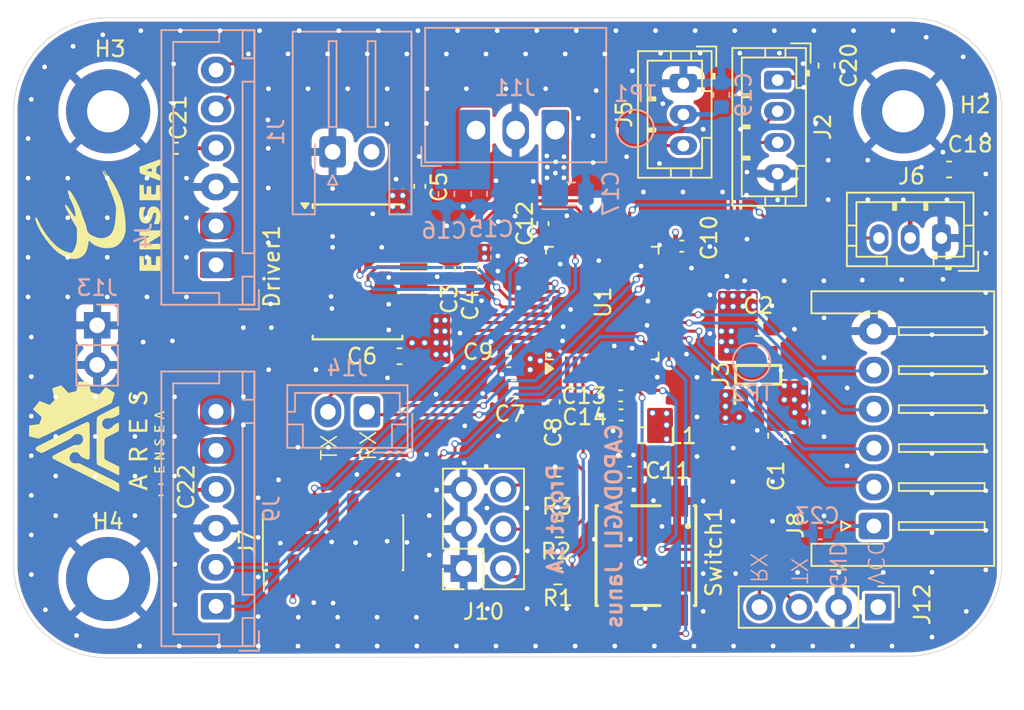
<source format=kicad_pcb>
(kicad_pcb (version 20241229) (generator "pcbnew") (generator_version "9.0")
  (title_block (title "PCB Projet 1A Capodagli Janus") (rev "03/04/2025"))
  (layers (0 "F.Cu" signal) (4 "In1.Cu" signal) (6 "In2.Cu" signal) (2 "B.Cu" signal) (13 "F.Paste" user) (15 "B.Paste" user) (5 "F.SilkS" user "F.Silkscreen") (7 "B.SilkS" user "B.Silkscreen") (1 "F.Mask" user) (3 "B.Mask" user) (25 "Edge.Cuts" user))
  (net 0 "")
  (net 1 "GND")
  (net 2 "+5V")
  (net 3 "+3.3V")
  (net 4 "+12V")
  (net 5 "NRST")
  (net 6 "+3.3VA")
  (net 7 "AIN2")
  (net 8 "BIN2")
  (net 9 "BO2")
  (net 10 "AO1")
  (net 11 "BO1")
  (net 12 "PWMA")
  (net 13 "AIN1")
  (net 14 "BIN1")
  (net 15 "AO2")
  (net 16 "STBY")
  (net 17 "PWMB")
  (net 18 "PWM_Servo2")
  (net 19 "PWM_Servo1")
  (net 21 "SWCLK")
  (net 23 "SWDIO")
  (net 25 "STLINK_TX")
  (net 28 "STLINK_RX")
  (net 29 "IR_2")
  (net 30 "IR_4")
  (net 31 "IR_1")
  (net 32 "IR_3")
  (net 36 "EncoderA2")
  (net 37 "EncoderA1")
  (net 38 "EncoderB2")
  (net 39 "EncoderB1")
  (net 40 "Net-(J10-Pin_4)")
  (net 43 "Net-(J10-Pin_6)")
  (net 44 "Net-(J10-Pin_2)")
  (net 47 "Rasp_TX")
  (net 49 "Rasp_RX")
  (net 50 "LED3")
  (net 51 "LED2")
  (net 52 "LED1")
  (net 53 "HC05_TX")
  (net 54 "TRIG")
  (net 55 "ECHO")
  (net 59 "HC05_RX")
  (footprint "Capacitor_SMD:C_0402_1005Metric" (layer "F.Cu") (at 162.8 88.65)
    (property "Reference" "C10")
    (property "Value" "100n")
  )
  (footprint "Capacitor_SMD:C_0402_1005Metric" (layer "F.Cu") (at 130.38 82.37 180)
    (property "Reference" "C21")
    (property "Value" "100n")
  )
  (footprint "Resistor_SMD:R_0603_1608Metric" (layer "F.Cu") (at 154.85 109.825)
    (property "Reference" "R1")
    (property "Value" "100")
  )
  (footprint "Connector_PinSocket_2.54mm:PinSocket_2x03_P2.54mm_Vertical" (layer "F.Cu") (at 148.81 109.325 180)
    (property "Reference" "J10")
    (property "Value" "Conn_02x03_Odd_Even")
  )
  (footprint "Connector_PinHeader_1.27mm:PinHeader_2x07_P1.27mm_Vertical_SMD" (layer "F.Cu") (at 140.43 107.67 90)
    (property "Reference" "J7")
    (property "Value" "Conn_ST_STDC14")
  )
  (footprint "bouton_Wurth_SMD:430471025826" (layer "F.Cu") (at 160.5 108.5 -90)
    (property "Reference" "Switch1")
    (property "Value" "430471025826")
    (property "VALUE" "430471025826" (hide yes))
  )
  (footprint "Capacitor_SMD:C_0603_1608Metric" (layer "F.Cu") (at 149.225 89.925 -90)
    (property "Reference" "C4")
    (property "Value" "10u")
  )
  (footprint "Capacitor_SMD:C_0402_1005Metric" (layer "F.Cu") (at 147.89 90.11 -90)
    (property "Reference" "C3")
    (property "Value" "100n")
  )
  (footprint "Resistor_SMD:R_0603_1608Metric" (layer "F.Cu") (at 154.94 106.8)
    (property "Reference" "R2")
    (property "Value" "100")
  )
  (footprint "Inductor_SMD:L_0603_1608Metric" (layer "F.Cu") (at 160.25 100.775)
    (property "Reference" "L1")
    (property "Value" "39n")
  )
  (footprint "Capacitor_SMD:C_0402_1005Metric" (layer "F.Cu") (at 159.45 103.15)
    (property "Reference" "C11")
    (property "Value" "10n")
  )
  (footprint "Capacitor_SMD:C_0603_1608Metric" (layer "F.Cu") (at 152.01 97.77 180)
    (property "Reference" "C7")
    (property "Value" "4u7")
  )
  (footprint "Capacitor_SMD:C_0603_1608Metric" (layer "F.Cu") (at 144.69 95.71 180)
    (property "Reference" "C6")
    (property "Value" "10u")
  )
  (footprint "LogoEnsea:LogoEnsea" (layer "F.Cu") (at 125.65 86.65 90)
    (property "Reference" "G***" (hide yes))
    (property "Value" "LOGO" (hide yes))
  )
  (footprint "Capacitor_SMD:C_0402_1005Metric" (layer "F.Cu") (at 151.7 96.05 180)
    (property "Reference" "C9")
    (property "Value" "100n")
  )
  (footprint "MountingHole:MountingHole_2.7mm_M2.5_Pad" (layer "F.Cu") (at 126 80)
    (property "Reference" "H3")
    (property "Value" "MountingHole_Pad")
  )
  (footprint "Capacitor_SMD:C_0402_1005Metric" (layer "F.Cu") (at 158.9 99.475 180)
    (property "Reference" "C14")
    (property "Value" "1u")
  )
  (footprint "Package_QFP:LQFP-48_7x7mm_P0.5mm" (layer "F.Cu") (at 157.7 92.3 90)
    (property "Reference" "U1")
    (property "Value" "STM32L552CCTx")
  )
  (footprint "Connector_JST:JST_XH_S6B-XH-A-1_1x06_P2.50mm_Horizontal" (layer "F.Cu") (at 175.125 106.6 90)
    (property "Reference" "J8")
    (property "Value" "Conn_01x06")
  )
  (footprint "Capacitor_SMD:C_0603_1608Metric_Pad1.08x0.95mm_HandSolder" (layer "F.Cu") (at 168.85 100.8 -90)
    (property "Reference" "C1")
    (property "Value" "1u")
  )
  (footprint "Connector_JST:JST_PH_B3B-PH-K_1x03_P2.00mm_Vertical" (layer "F.Cu") (at 162.9 78.2 -90)
    (property "Reference" "J5")
    (property "Value" "Conn_01x03")
  )
  (footprint "Capacitor_SMD:C_0402_1005Metric" (layer "F.Cu") (at 158.875 98.25 180)
    (property "Reference" "C13")
    (property "Value" "10n")
  )
  (footprint "Connector_PinHeader_2.54mm:PinHeader_1x04_P2.54mm_Vertical" (layer "F.Cu") (at 175.4 111.8 -90)
    (property "Reference" "J12")
    (property "Value" "Conn_01x04")
  )
  (footprint "Capacitor_SMD:C_0603_1608Metric_Pad1.08x0.95mm_HandSolder" (layer "F.Cu") (at 167.7 93.9)
    (property "Reference" "C2")
    (property "Value" "1u")
  )
  (footprint "Capacitor_SMD:C_0603_1608Metric" (layer "F.Cu") (at 179.95 83.73)
    (property "Reference" "C18")
    (property "Value" "10u")
  )
  (footprint "Connector_JST:JST_PH_B3B-PH-K_1x03_P2.00mm_Vertical" (layer "F.Cu") (at 179.45 88.125 180)
    (property "Reference" "J6")
    (property "Value" "Conn_01x03")
  )
  (footprint "Capacitor_SMD:C_0402_1005Metric" (layer "F.Cu") (at 145.99 84.81 90)
    (property "Reference" "C5")
    (property "Value" "100n")
  )
  (footprint "MountingHole:MountingHole_2.7mm_M2.5_Pad" (layer "F.Cu") (at 126 110)
    (property "Reference" "H4")
    (property "Value" "MountingHole_Pad")
  )
  (footprint "Capacitor_SMD:C_0402_1005Metric" (layer "F.Cu") (at 129.39 104.28 180)
    (property "Reference" "C22")
    (property "Value" "100n")
  )
  (footprint "Capacitor_SMD:C_0402_1005Metric" (layer "F.Cu") (at 153.89 87.2 90)
    (property "Reference" "C12")
    (property "Value" "100n")
  )
  (footprint "Package_SO:SSOP-24_5.3x8.2mm_P0.65mm" (layer "F.Cu") (at 142 90.3)
    (property "Reference" "Driver1")
    (property "Value" "TB6612FNG")
  )
  (footprint "Capacitor_SMD:C_0603_1608Metric" (layer "F.Cu") (at 172.08 77.06 -90)
    (property "Reference" "C20")
    (property "Value" "10u")
  )
  (footprint "Capacitor_SMD:C_0402_1005Metric" (layer "F.Cu") (at 154.61 98.64 -90)
    (property "Reference" "C8")
    (property "Value" "100n")
  )
  (footprint "Resistor_SMD:R_0603_1608Metric" (layer "F.Cu") (at 154.775 103.95)
    (property "Reference" "R3")
    (property "Value" "100")
  )
  (footprint "MountingHole:MountingHole_2.7mm_M2.5_Pad" (layer "F.Cu") (at 177 80)
    (property "Reference" "H2")
    (property "Value" "MountingHole_Pad")
  )
  (footprint "LogoAres:logoares" (layer "F.Cu") (at 125.520482 101.034016 90)
    (property "Reference" "G***" (hide yes))
    (property "Value" "LOGO" (hide yes))
  )
  (footprint "Connector_JST:JST_PH_B4B-PH-K_1x04_P2.00mm_Vertical" (layer "F.Cu") (at 168.95 78 -90)
    (property "Reference" "J2")
    (property "Value" "Conn_01x04")
  )
  (footprint "BU33SD5WG-TR:SOT95P280X125-5N" (layer "F.Cu") (at 167.7 96.9 90)
    (property "Reference" "J3")
    (property "Value" "BU33SD5WG-TR")
  )
  (footprint "Capacitor_SMD:C_0603_1608Metric" (layer "B.Cu") (at 149.8 85.3 -90)
    (property "Reference" "C15")
    (property "Value" "10u")
  )
  (footprint "Capacitor_SMD:C_0402_1005Metric" (layer "B.Cu") (at 171.68 107.09 180)
    (property "Reference" "C23")
    (property "Value" "100n")
  )
  (footprint "Capacitor_SMD:C_0603_1608Metric" (layer "B.Cu") (at 147.7 85.3 -90)
    (property "Reference" "C16")
    (property "Value" "10u")
  )
  (footprint "Connector_JST:JST_XH_B6B-XH-A_1x06_P2.50mm_Vertical" (layer "B.Cu") (at 132.925 89.85 90)
    (property "Reference" "J4")
    (property "Value" "Conn_01x06")
  )
  (footprint "Capacitor_SMD:C_0805_2012Metric" (layer "B.Cu") (at 155.7 85.3)
    (property "Reference" "C17")
    (property "Value" "22u")
  )
  (footprint "Connector_PinHeader_2.54mm:PinHeader_1x02_P2.54mm_Vertical" (layer "B.Cu") (at 125.3 93.725 180)
    (property "Reference" "J13")
    (property "Value" "Conn_01x02")
  )
  (footprint "Connector_JST:JST_EH_B2B-EH-A_1x02_P2.50mm_Vertical" (layer "B.Cu") (at 142.6 99.275 180)
    (property "Reference" "J14")
    (property "Value" "Conn_01x02")
  )
  (footprint "TestPoint:TestPoint_Pad_D2.0mm" (layer "B.Cu") (at 167.275 96.075)
    (property "Reference" "TP2")
    (property "Value" "TestPoint")
  )
  (footprint "Connector_JST:JST_XH_B6B-XH-A_1x06_P2.50mm_Vertical" (layer "B.Cu") (at 132.925 111.75 90)
    (property "Reference" "J9")
    (property "Value" "Conn_01x06")
  )
  (footprint "TestPoint:TestPoint_Pad_D2.0mm" (layer "B.Cu") (at 159.8 81.1)
    (property "Reference" "TP1")
    (property "Value" "TestPoint" (hide yes))
  )
  (footprint "Connector_JST:JST_XH_S2B-XH-A-1_1x02_P2.50mm_Horizontal" (layer "B.Cu") (at 140.4 82.6)
    (property "Reference" "J1")
    (property "Value" "Conn_01x02")
  )
  (footprint "Capacitor_SMD:C_0603_1608Metric" (layer "B.Cu") (at 165.34 78.94 90)
    (property "Reference" "C19")
    (property "Value" "10u")
  )
  (footprint "Converter_DCDC:Converter_DCDC_RECOM_R-78B-2.0_THT" (layer "B.Cu") (at 149.6025 81.2075)
    (property "Reference" "J11")
    (property "Value" "R-78B5.0-2.0")
  )
  (gr_line (start 177.375 74) (end 125.942641 74) (stroke (width 0.05)) (layer "Edge.Cuts"))
  (gr_line (start 183.325 108.95) (end 183.325 79.95) (stroke (width 0.05)) (layer "Edge.Cuts"))
  (gr_arc (start 125.942641 115.057359) (mid 121.7 113.3) (end 119.942641 109.057359) (stroke (width 0.05)) (layer "Edge.Cuts"))
  (gr_line (start 125.942641 115.057359) (end 177.325 114.95) (stroke (width 0.05)) (layer "Edge.Cuts"))
  (gr_arc (start 177.375 74) (mid 181.582285 75.742715) (end 183.325 79.95) (stroke (width 0.05)) (layer "Edge.Cuts"))
  (gr_arc (start 119.942641 80) (mid 121.7 75.757359) (end 125.942641 74) (stroke (width 0.05)) (layer "Edge.Cuts"))
  (gr_arc (start 183.325 108.95) (mid 181.567641 113.192641) (end 177.325 114.95) (stroke (width 0.05)) (layer "Edge.Cuts"))
  (gr_line (start 119.942641 80) (end 119.942641 109.057359) (stroke (width 0.05)) (layer "Edge.Cuts"))
  (gr_text "TX\n" (at 140.77 102.5 90) (layer "F.SilkS") (effects (font (size 1 1) (thickness 0.1)) (justify left bottom)))
  (gr_text "RX\n" (at 143.28 102.5 90) (layer "F.SilkS") (effects (font (size 1 1) (thickness 0.1)) (justify left bottom)))
  (gr_text "VCC" (at 174.64 110.45 270) (layer "B.SilkS") (effects (font (size 1 1) (thickness 0.1)) (justify left bottom mirror)))
  (gr_text "Projet 1A\n" (at 155.28 102.52 90) (layer "B.SilkS") (effects (font (size 1 1) (thickness 0.2) (bold yes)) (justify left bottom mirror)))
  (gr_text "CAPODAGLI Janus" (at 159.04 99.93 90) (layer "B.SilkS") (effects (font (size 1 1) (thickness 0.2) (bold yes)) (justify left bottom mirror)))
  (gr_text "RX" (at 167.12 110.33 270) (layer "B.SilkS") (effects (font (size 1 1) (thickness 0.1)) (justify left bottom mirror)))
  (gr_text "GND" (at 172.2 110.73 270) (layer "B.SilkS") (effects (font (size 1 1) (thickness 0.125)) (justify left bottom mirror)))
  (gr_text "TX\n" (at 169.73 110.41 270) (layer "B.SilkS") (effects (font (size 1 1) (thickness 0.1)) (justify left bottom mirror)))
  (via (at 155 89.8) (size 0.45) (drill 0.3) (layers "F.Cu" "B.Cu") (net 1))
  (via (at 120.87 91.905) (size 0.45) (drill 0.3) (layers "F.Cu" "B.Cu") (net 1))
  (via (at 167.64 100.46) (size 0.45) (drill 0.3) (layers "F.Cu" "B.Cu") (net 1))
  (via (at 166.5 78.87) (size 0.45) (drill 0.3) (layers "F.Cu" "B.Cu") (net 1))
  (via (at 147.11 90.61) (size 0.45) (drill 0.3) (layers "F.Cu" "B.Cu") (net 1))
  (via (at 177.01 85.68) (size 0.45) (drill 0.3) (layers "F.Cu" "B.Cu") (net 1))
  (via (at 143.925 97.1) (size 0.45) (drill 0.3) (layers "F.Cu" "B.Cu") (net 1))
  (via (at 139.190744 111.514729) (size 0.45) (drill 0.3) (layers "F.Cu" "B.Cu") (net 1))
  (via (at 140.08 76.32) (size 0.45) (drill 0.3) (layers "F.Cu" "B.Cu") (net 1))
  (via (at 143.55 88.725) (size 0.45) (drill 0.3) (layers "F.Cu" "B.Cu") (net 1))
  (via (at 152.9 108.2) (size 0.45) (drill 0.3) (layers "F.Cu" "B.Cu") (net 1))
  (via (at 127.72 105.935) (size 0.45) (drill 0.3) (layers "F.Cu" "B.Cu") (net 1))
  (via (at 140.4 84.95) (size 0.45) (drill 0.3) (layers "F.Cu" "B.Cu") (net 1))
  (via (at 137.05 107.7) (size 0.45) (drill 0.3) (layers "F.Cu" "B.Cu") (net 1))
  (via (at 135.625 107.33) (size 0.45) (drill 0.3) (layers "F.Cu" "B.Cu") (net 1))
  (via (at 135 76.32) (size 0.45) (drill 0.3) (layers "F.Cu" "B.Cu") (net 1))
  (via (at 120.87 89.365) (size 0.45) (drill 0.3) (layers "F.Cu" "B.Cu") (net 1))
  (via (at 140.35 92.65) (size 0.45) (drill 0.3) (layers "F.Cu" "B.Cu") (net 1))
  (via (at 128.49 84.285) (size 0.45) (drill 0.3) (layers "F.Cu" "B.Cu") (net 1))
  (via (at 157.86 76.32) (size 0.45) (drill 0.3) (layers "F.Cu" "B.Cu") (net 1))
  (via (at 165.415 85.175) (size 0.45) (drill 0.3) (layers "F.Cu" "B.Cu") (net 1))
  (via (at 166.08 106.295) (size 0.45) (drill 0.3) (layers "F.Cu" "B.Cu") (net 1))
  (via (at 150.24 76.32) (size 0.45) (drill 0.3) (layers "F.Cu" "B.Cu") (net 1))
  (via (at 168.62 106.295) (size 0.45) (drill 0.3) (layers "F.Cu" "B.Cu") (net 1))
  (via (at 145.875 74.825) (size 0.45) (drill 0.3) (layers "F.Cu" "B.Cu") (net 1))
  (via (at 165.69 90.58) (size 0.45) (drill 0.3) (layers "F.Cu" "B.Cu") (net 1))
  (via (at 125.95 86.825) (size 0.45) (drill 0.3) (layers "F.Cu" "B.Cu") (net 1))
  (via (at 145.16 76.32) (size 0.45) (drill 0.3) (layers "F.Cu" "B.Cu") (net 1))
  (via (at 136.475 93.875) (size 0.45) (drill 0.3) (layers "F.Cu" "B.Cu") (net 1))
  (via (at 158.5 114.3) (size 0.45) (drill 0.3) (layers "F.Cu" "B.Cu") (net 1))
  (via (at 164.175 105) (size 0.45) (drill 0.3) (layers "F.Cu" "B.Cu") (net 1))
  (via (at 170.225 109.575) (size 0.45) (drill 0.3) (layers "F.Cu" "B.Cu") (net 1))
  (via (at 157.54 99.49) (size 0.45) (drill 0.3) (layers "F.Cu" "B.Cu") (net 1))
  (via (at 178.85 96.865) (size 0.45) (drill 0.3) (layers "F.Cu" "B.Cu") (net 1))
  (via (at 122.64 105.935) (size 0.45) (drill 0.3) (layers "F.Cu" "B.Cu") (net 1))
  (via (at 152.325 91.325) (size 0.45) (drill 0.3) (layers "F.Cu" "B.Cu") (net 1))
  (via (at 159.625 77.4) (size 0.45) (drill 0.3) (layers "F.Cu" "B.Cu") (net 1))
  (via (at 131.03 91.905) (size 0.45) (drill 0.3) (layers "F.Cu" "B.Cu") (net 1))
  (via (at 136.275 82.375) (size 0.45) (drill 0.3) (layers "F.Cu" "B.Cu") (net 1))
  (via (at 182.3 101.795) (size 0.45) (drill 0.3) (layers "F.Cu" "B.Cu") (net 1))
  (via (at 139.325 96.575) (size 0.45) (drill 0.3) (layers "F.Cu" "B.Cu") (net 1))
  (via (at 155.19 93.81) (size 0.45) (drill 0.3) (layers "F.Cu" "B.Cu") (net 1))
  (via (at 161.37 83.35) (size 0.45) (drill 0.3) (layers "F.Cu" "B.Cu") (net 1))
  (via (at 178.85 94.325) (size 0.45) (drill 0.3) (layers "F.Cu" "B.Cu") (net 1))
  (via (at 144.475 84.35) (size 0.45) (drill 0.3) (layers "F.Cu" "B.Cu") (net 1))
  (via (at 125.18 98.315) (size 0.45) (drill 0.3) (layers "F.Cu" "B.Cu") (net 1))
  (via (at 150.335 111.9) (size 0.45) (drill 0.3) (layers "F.Cu" "B.Cu") (net 1))
  (via (at 150.3 105.45) (size 0.45) (drill 0.3) (layers "F.Cu" "B.Cu") (net 1))
  (via (at 148.78 86.1) (size 0.45) (drill 0.3) (layers "F.Cu" "B.Cu") (net 1))
  (via (at 174.375 90.825) (size 0.45) (drill 0.3) (layers "F.Cu" "B.Cu") (net 1))
  (via (at 159.61 95.2) (size 0.45) (drill 0.3) (layers "F.Cu" "B.Cu") (net 1))
  (via (at 173.74 114.3) (size 0.45) (drill 0.3) (layers "F.Cu" "B.Cu") (net 1))
  (via (at 146.6 105.93) (size 0.45) (drill 0.3) (layers "F.Cu" "B.Cu") (net 1))
  (via (at 166.83 90.87) (size 0.45) (drill 0.3) (layers "F.Cu" "B.Cu") (net 1))
  (via (at 150.25 102.775) (size 0.45) (drill 0.3) (layers "F.Cu" "B.Cu") (net 1))
  (via (at 135.625 109.87) (size 0.45) (drill 0.3) (layers "F.Cu" "B.Cu") (net 1))
  (via (at 146.425 80.775) (size 0.45) (drill 0.3) (layers "F.Cu" "B.Cu") (net 1))
  (via (at 155.15 94.725) (size 0.45) (drill 0.3) (layers "F.Cu" "B.Cu") (net 1))
  (via (at 169.37 90.87) (size 0.45) (drill 0.3) (layers "F.Cu" "B.Cu") (net 1))
  (via (at 146.445 78.55) (size 0.45) (drill 0.3) (layers "F.Cu" "B.Cu") (net 1))
  (via (at 163.1 95.575) (size 0.45) (drill 0.3) (layers "F.Cu" "B.Cu") (net 1))
  (via (at 171.91 90.87) (size 0.45) (drill 0.3) (layers "F.Cu" "B.Cu") (net 1))
  (via (at 178.85 113.725) (size 0.45) (drill 0.3) (layers "F.Cu" "B.Cu") (net 1))
  (via (at 160.98 104.97) (size 0.45) (drill 0.3) (layers "F.Cu" "B.Cu") (net 1))
  (via (at 168.66 114.3) (size 0.45) (drill 0.3) (layers "F.Cu" "B.Cu") (net 1))
  (via (at 134.675 98.3) (size 0.45) (drill 0.3) (layers "F.Cu" "B.Cu") (net 1))
  (via (at 136.275 88.425) (size 0.45) (drill 0.3) (layers "F.Cu" "B.Cu") (net 1))
  (via (at 166.57 81.15) (size 0.45) (drill 0.3) (layers "F.Cu" "B.Cu") (net 1))
  (via (at 145.8 114.3) (size 0.45) (drill 0.3) (layers "F.Cu" "B.Cu") (net 1))
  (via (at 152.55 99.275) (size 0.45) (drill 0.3) (layers "F.Cu" "B.Cu") (net 1))
  (via (at 163.58 114.3) (size 0.45) (drill 0.3) (layers "F.Cu" "B.Cu") (net 1))
  (via (at 140.4 88.725) (size 0.45) (drill 0.3) (layers "F.Cu" "B.Cu") (net 1))
  (via (at 152.875 105.45) (size 0.45) (drill 0.3) (layers "F.Cu" "B.Cu") (net 1))
  (via (at 148.985 78.55) (size 0.45) (drill 0.3) (layers "F.Cu" "B.Cu") (net 1))
  (via (at 128.02 114.3) (size 0.45) (drill 0.3) (layers "F.Cu" "B.Cu") (net 1))
  (via (at 141.88 107.67) (size 0.45) (drill 0.3) (layers "F.Cu" "B.Cu") (net 1))
  (via (at 121.075 97.015) (size 0.45) (drill 0.3) (layers "F.Cu" "B.Cu") (net 1))
  (via (at 127.72 100.855) (size 0.45) (drill 0.3) (layers "F.Cu" "B.Cu") (net 1))
  (via (at 143.26 114.3) (size 0.45) (drill 0.3) (layers "F.Cu" "B.Cu") (net 1))
  (via (at 182.3 86.555) (size 0.45) (drill 0.3) (layers "F.Cu" "B.Cu") (net 1))
  (via (at 164.6 91.775) (size 0.45) (drill 0.3) (layers "F.Cu" "B.Cu") (net 1))
  (via (at 128.095 74.825) (size 0.45) (drill 0.3) (layers "F.Cu" "B.Cu") (net 1))
  (via (at 128.25 94.8) (size 0.45) (drill 0.3) (layers "F.Cu" "B.Cu") (net 1))
  (via (at 159.7 102.05) (size 0.45) (drill 0.3) (layers "F.Cu" "B.Cu") (net 1))
  (via (at 121.075 79.235) (size 0.45) (drill 0.3) (layers "F.Cu" "B.Cu") (net 1))
  (via (at 134.675 100.125) (size 0.45) (drill 0.3) (layers "F.Cu" "B.Cu") (net 1))
  (via (at 158.47 95.05) (size 0.45) (drill 0.3) (layers "F.Cu" "B.Cu") (net 1))
  (via (at 155.415 111.9) (size 0.45) (drill 0.3) (layers "F.Cu" "B.Cu") (net 1))
  (via (at 173.4 102.74) (size 0.45) (drill 0.3) (layers "F.Cu" "B.Cu") (net 1))
  (via (at 157.475 91.85) (size 0.45) (drill 0.3) (layers "F.Cu" "B.Cu") (net 1))
  (via (at 130.275 109.05) (size 0.45) (drill 0.3) (layers "F.Cu" "B.Cu") (net 1))
  (via (at 160.19 89.93) (size 0.45) (drill 0.3) (layers "F.Cu" "B.Cu") (net 1))
  (via (at 162.875 85.175) (size 0.45) (drill 0.3) (layers "F.Cu" "B.Cu") (net 1))
  (via (at 140.72 114.3) (size 0.45) (drill 0.3) (layers "F.Cu" "B.Cu") (net 1))
  (via (at 150.03 98.1) (size 0.45) (drill 0.3) (layers "F.Cu" "B.Cu") (net 1))
  (via (at 148.34 114.3) (size 0.45) (drill 0.3) (layers "F.Cu" "B.Cu") (net 1))
  (via (at 120.87 86.825) (size 0.45) (drill 0.3) (layers "F.Cu" "B.Cu") (net 1))
  (via (at 178.17 83.58) (size 0.45) (drill 0.3) (layers "F.Cu" "B.Cu") (net 1))
  (via (at 155.32 76.32) (size 0.45) (drill 0.3) (layers "F.Cu" "B.Cu") (net 1))
  (via (at 157.475 89.575) (size 0.45) (drill 0.3) (layers "F.Cu" "B.Cu") (net 1))
  (via (at 160.625 92.175) (size 0.45) (drill 0.3) (layers "F.Cu" "B.Cu") (net 1))
  (via (at 163.775 102.14) (size 0.45) (drill 0.3) (layers "F.Cu" "B.Cu") (net 1))
  (via (at 158.39 100.5) (size 0.45) (drill 0.3) (layers "F.Cu" "B.Cu") (net 1))
  (via (at 144.61 103.31) (size 0.45) (drill 0.3) (layers "F.Cu" "B.Cu") (net 1))
  (via (at 136.93 103.64) (size 0.45) (drill 0.3) (layers "F.Cu" "B.Cu") (net 1))
  (via (at 168.95 85.68) (size 0.45) (drill 0.3) (layers "F.Cu" "B.Cu") (net 1))
  (via (at 150.55 94.775) (size 0.45) (drill 0.3) (layers "F.Cu" "B.Cu") (net 1))
  (via (at 179.55 90.775) (size 0.45) (drill 0.3) (layers "F.Cu" "B.Cu") (net 1))
  (via (at 161.04 114.3) (size 0.45) (drill 0.3) (layers "F.Cu" "B.Cu") (net 1))
  (via (at 143.335 74.825) (size 0.45) (drill 0.3) (layers "F.Cu" "B.Cu") (net 1))
  (via (at 138.18 114.3) (size 0.45) (drill 0.3) (layers "F.Cu" "B.Cu") (net 1))
  (via (at 166.95 85.375) (size 0.45) (drill 0.3) (layers "F.Cu" "B.Cu") (net 1))
  (via (at 152.875 111.9) (size 0.45) (drill 0.3) (layers "F.Cu" "B.Cu") (net 1))
  (via (at 154.1 88.75) (size 0.45) (drill 0.3) (layers "F.Cu" "B.Cu") (net 1))
  (via (at 163.655 74.825) (size 0.45) (drill 0.3) (layers "F.Cu" "B.Cu") (net 1))
  (via (at 135.625 112.41) (size 0.45) (drill 0.3) (layers "F.Cu" "B.Cu") (net 1))
  (via (at 140.795 74.825) (size 0.45) (drill 0.3) (layers "F.Cu" "B.Cu") (net 1))
  (via (at 151 90.25) (size 0.45) (drill 0.3) (layers "F.Cu" "B.Cu") (net 1))
  (via (at 157.31 78.67) (size 0.45) (drill 0.3) (layers "F.Cu" "B.Cu") (net 1))
  (via (at 125.18 100.855) (size 0.45) (drill 0.3) (layers "F.Cu" "B.Cu") (net 1))
  (via (at 172.19 83.13) (size 0.45) (drill 0.3) (layers "F.Cu" "B.Cu") (net 1))
  (via (at 121.075 109.715) (size 0.45) (drill 0.3) (layers "F.Cu" "B.Cu") (net 1))
  (via (at 178.85 104.485) (size 0.45) (drill 0.3) (layers "F.Cu" "B.Cu") (net 1))
  (via (at 122.64 100.855) (size 0.45) (drill 0.3) (layers "F.Cu" "B.Cu") (net 1))
  (via (at 143.905 78.55) (size 0.45) (drill 0.3) (layers "F.Cu" "B.Cu") (net 1))
  (via (at 136.25 80.55) (size 0.45) (drill 0.3) (layers "F.Cu" "B.Cu") (net 1))
  (via (at 152.1 86.725) (size 0.45) (drill 0.3) (layers "F.Cu" "B.Cu") (net 1))
  (via (at 171.925 95.79) (size 0.45) (drill 0.3) (layers "F.Cu" "B.Cu") (net 1))
  (via (at 136.285 78.55) (size 0.45) (drill 0.3) (layers "F.Cu" "B.Cu") (net 1))
  (via (at 140.125 101.55) (size 0.45) (drill 0.3) (layers "F.Cu" "B.Cu") (net 1))
  (via (at 154.065 78.55) (size 0.45) (drill 0.3) (layers "F.Cu" "B.Cu") (net 1))
  (via (at 164.175 112.075) (size 0.45) (drill 0.3) (layers "F.Cu" "B.Cu") (net 1))
  (via (at 138.255 74.825) (size 0.45) (drill 0.3) (layers "F.Cu" "B.Cu") (net 1))
  (via (at 125.95 89.365) (size 0.45) (drill 0.3) (layers "F.Cu" "B.Cu") (net 1))
  (via (at 131.03 84.285) (size 0.45) (drill 0.3) (layers "F.Cu" "B.Cu") (net 1))
  (via (at 176.28 114.3) (size 0.45) (drill 0.3) (layers "F.Cu" "B.Cu") (net 1))
  (via (at 133.175 74.825) (size 0.45) (drill 0.3) (layers "F.Cu" "B.Cu") (net 1))
  (via (at 156.16 80.44) (size 0.45) (drill 0.3) (layers "F.Cu" "B.Cu") (net 1))
  (via (at 133.1 114.3) (size 0.45) (drill 0.3) (layers "F.Cu" "B.Cu") (net 1))
  (via (at 154.825 105.4) (size 0.45) (drill 0.3) (layers "F.Cu" "B.Cu") (net 1))
  (via (at 173.815 74.825) (size 0.45) (drill 0.3) (layers "F.Cu" "B.Cu") (net 1))
  (via (at 142.62 76.32) (size 0.45) (drill 0.3) (layers "F.Cu" "B.Cu") (net 1))
  (via (at 172.875 109.575) (size 0.45) (drill 0.3) (layers "F.Cu" "B.Cu") (net 1))
  (via (at 120.87 81.745) (size 0.45) (drill 0.3) (layers "F.Cu" "B.Cu") (net 1))
  (via (at 144 92.375) (size 0.45) (drill 0.3) (layers "F.Cu" "B.Cu") (net 1))
  (via (at 178.85 99.405) (size 0.45) (drill 0.3) (layers "F.Cu" "B.Cu") (net 1))
  (via (at 121.075 102.095) (size 0.45) (drill 0.3) (layers "F.Cu" "B.Cu") (net 1))
  (via (at 145.95 82.9) (size 0.45) (drill 0.3) (layers "F.Cu" "B.Cu") (net 1))
  (via (at 147.07 104.29) (size 0.45) (drill 0.3) (layers "F.Cu" "B.Cu") (net 1))
  (via (at 160.335 85.175) (size 0.45) (drill 0.3) (layers "F.Cu" "B.Cu") (net 1))
  (via (at 160.575 93.725) (size 0.45) (drill 0.3) (layers "F.Cu" "B.Cu") (net 1))
  (via (at 142.975 86.575) (size 0.45) (drill 0.3) (layers "F.Cu" "B.Cu") (net 1))
  (via (at 151.525 78.55) (size 0.45) (drill 0.3) (layers "F.Cu" "B.Cu") (net 1))
  (via (at 123.41 86.825) (size 0.45) (drill 0.3) (layers "F.Cu" "B.Cu") (net 1))
  (via (at 121.975 111.975) (size 0.45) (drill 0.3) (layers "F.Cu" "B.Cu") (net 1))
  (via (at 164.6 88.675) (size 0.45) (drill 0.3) (layers "F.Cu" "B.Cu") (net 1))
  (via (at 127.72 103.395) (size 0.45) (drill 0.3) (layers "F.Cu" "B.Cu") (net 1))
  (via (at 161.115 74.825) (size 0.45) (drill 0.3) (layers "F.Cu" "B.Cu") (net 1))
  (via (at 182.3 99.255) (size 0.45) (drill 0.3) (layers "F.Cu" "B.Cu") (net 1))
  (via (at 143.9 107.575) (size 0.45) (drill 0.3) (layers "F.Cu" "B.Cu") (net 1))
  (via (at 125.95 91.905) (size 0.45) (drill 0.3) (layers "F.Cu" "B.Cu") (net 1))
  (via (at 166.975 83.9) (size 0.45) (drill 0.3) (layers "F.Cu" "B.Cu") (net 1))
  (via (at 136.425 92.35) (size 0.45) (drill 0.3) (layers "F.Cu" "B.Cu") (net 1))
  (via (at 135.64 114.3) (size 0.45) (drill 0.3) (layers "F.Cu" "B.Cu") (net 1))
  (via (at 161.225 97.05) (size 0.45) (drill 0.3) (layers "F.Cu" "B.Cu") (net 1))
  (via (at 130.26 98.315) (size 0.45) (drill 0.3) (layers "F.Cu" "B.Cu") (net 1))
  (via (at 123.75 75.83) (size 0.45) (drill 0.3) (layers "F.Cu" "B.Cu") (net 1))
  (via (at 179.81 85.67) (size 0.45) (drill 0.3) (layers "F.Cu" "B.Cu") (net 1))
  (via (at 138.2 112.45) (size 0.45) (drill 0.3) (layers "F.Cu" "B.Cu") (net 1))
  (via (at 125.18 105.935) (size 0.45) (drill 0.3) (layers "F.Cu" "B.Cu") (net 1))
  (via (at 163.42 90.06) (size 0.45) (drill 0.3) (layers "F.Cu" "B.Cu") (net 1))
  (via (at 168.735 74.825) (size 0.45) (drill 0.3) (layers "F.Cu" "B.Cu") (net 1))
  (via (at 130.26 100.855) (size 0.45) (drill 0.3) (layers "F.Cu" "B.Cu") (net 1))
  (via (at 174.73 85.67) (size 0.45) (drill 0.3) (layers "F.Cu" "B.Cu") (net 1))
  (via (at 153.42 114.3) (size 0.45) (drill 0.3) (layers "F.Cu" "B.Cu") (net 1))
  (via (at 166.25 109.65) (size 0.45) (drill 0.3) (layers "F.Cu" "B.Cu") (net 1))
  (via (at 123.41 89.365) (size 0.45) (drill 0.3) (layers "F.Cu" "B.Cu") (net 1))
  (via (at 180.85 76.5) (size 0.45) (drill 0.3) (layers "F.Cu" "B.Cu") (net 1))
  (via (at 161.225 95.925) (size 0.45) (drill 0.3) (layers "F.Cu" "B.Cu") (net 1))
  (via (at 182.3 91.635) (size 0.45) (drill 0.3) (layers "F.Cu" "B.Cu") (net 1))
  (via (at 122.64 98.315) (size 0.45) (drill 0.3) (layers "F.Cu" "B.Cu") (net 1))
  (via (at 171.275 74.825) (size 0.45) (drill 0.3) (layers "F.Cu" "B.Cu") (net 1))
  (via (at 120.87 84.285) (size 0.45) (drill 0.3) (layers "F.Cu" "B.Cu") (net 1))
  (via (at 157.11 81.57) (size 0.45) (drill 0.3) (layers "F.Cu" "B.Cu") (net 1))
  (via (at 148.575 94.225) (size 0.45) (drill 0.3) (layers "F.Cu" "B.Cu") (net 1))
  (via (at 146.43 102) (size 0.45) (drill 0.3) (layers "F.Cu" "B.Cu") (net 1))
  (via (at 140.43 111.54) (size 0.45) (drill 0.3) (layers "F.Cu" "B.Cu") (net 1))
  (via (at 123.975 113.625) (size 0.45) (drill 0.3) (layers "F.Cu" "B.Cu") (net 1))
  (via (at 171.925 105.95) (size 0.45) (drill 0.3) (layers "F.Cu" "B.Cu") (net 1))
  (via (at 121.075 104.635) (size 0.45) (drill 0.3) (layers "F.Cu" "B.Cu") (net 1))
  (via (at 137.54 76.32) (size 0.45) (drill 0.3) (layers "F.Cu" "B.Cu") (net 1))
  (via (at 156.035 74.825) (size 0.45) (drill 0.3) (layers "F.Cu" "B.Cu") (net 1))
  (via (at 163.775 99.6) (size 0.45) (drill 0.3) (layers "F.Cu" "B.Cu") (net 1))
  (via (at 173.41 97.74) (size 0.45) (drill 0.3) (layers "F.Cu" "B.Cu") (net 1))
  (via (at 171.925 93.25) (size 0.45) (drill 0.3) (layers "F.Cu" "B.Cu") (net 1))
  (via (at 121.075 99.555) (size 0.45) (drill 0.3) (layers "F.Cu" "B.Cu") (net 1))
  (via (at 125.95 84.285) (size 0.45) (drill 0.3) (layers "F.Cu" "B.Cu") (net 1))
  (via (at 157.11 83.29) (size 0.45) (drill 0.3) (layers "F.Cu" "B.Cu") (net 1))
  (via (at 182.3 104.335) (size 0.45) (drill 0.3) (layers "F.Cu" "B.Cu") (net 1))
  (via (at 161.44 76.27) (size 0.45) (drill 0.3) (layers "F.Cu" "B.Cu") (net 1))
  (via (at 151.025 100.825) (size 0.45) (drill 0.3) (layers "F.Cu" "B.Cu") (net 1))
  (via (at 159.72 104.28) (size 0.45) (drill 0.3) (layers "F.Cu" "B.Cu") (net 1))
  (via (at 148.875 100.175) (size 0.45) (drill 0.3) (layers "F.Cu" "B.Cu") (net 1))
  (via (at 164.6 94.25) (size 0.45) (drill 0.3) (layers "F.Cu" "B.Cu") (net 1))
  (via (at 178.85 101.945) (size 0.45) (drill 0.3) (layers "F.Cu" "B.Cu") (net 1))
  (via (at 182.3 96.715) (size 0.45) (drill 0.3) (layers "F.Cu" "B.Cu") (net 1))
  (via (at 153.27 84.49) (size 0.45) (drill 0.3) (layers "F.Cu" "B.Cu") (net 1))
  (via (at 169.06 76.27) (size 0.45) (drill 0.3) (layers "F.Cu" "B.Cu") (net 1))
  (via (at 161.375 88.575) (size 0.45) (drill 0.3) (layers "F.Cu" "B.Cu") (net 1))
  (via (at 163.98 76.27) (size 0.45) (drill 0.3) (layers "F.Cu" "B.Cu") (net 1))
  (via (at 164.17 81.15) (size 0.45) (drill 0.3) (layers "F.Cu" "B.Cu") (net 1))
  (via (at 168.575 92.475) (size 0.45) (drill 0.3) (layers "F.Cu" "B.Cu") (net 1))
  (via (at 171.925 100.87) (size 0.45) (drill 0.3) (layers "F.Cu" "B.Cu") (net 1))
  (via (at 130.26 103.395) (size 0.45) (drill 0.3) (layers "F.Cu" "B.Cu") (net 1))
  (via (at 130.125 94.725) (size 0.45) (drill 0.3) (layers "F.Cu" "B.Cu") (net 1))
  (via (at 121.925 77.15) (size 0.45) (drill 0.3) (layers "F.Cu" "B.Cu") (net 1))
  (via (at 170.62 78.46) (size 0.45) (drill 0.3) (layers "F.Cu" "B.Cu") (net 1))
  (via (at 128.49 86.825) (size 0.45) (drill 0.3) (layers "F.Cu" "B.Cu") (net 1))
  (via (at 144 90.65) (size 0.45) (drill 0.3) (layers "F.Cu" "B.Cu") (net 1))
  (via (at 166.52 76.27) (size 0.45) (drill 0.3) (layers "F.Cu" "B.Cu") (net 1))
  (via (at 145.775 112.45) (size 0.45) (drill 0.3) (layers "F.Cu" "B.Cu") (net 1))
  (via (at 169.16 96.62) (size 0.45) (drill 0.3) (layers "F.Cu" "B.Cu") (net 1))
  (via (at 159.26 82.91) (size 0.45) (drill 0.3) (layers "F.Cu" "B.Cu") (net 1))
  (via (at 150.955 74.825) (size 0.45) (drill 0.3) (layers "F.Cu" "B.Cu") (net 1))
  (via (at 161.525 102.89) (size 0.45) (drill 0.3) (layers "F.Cu" "B.Cu") (net 1))
  (via (at 170.58 76.94) (size 0.45) (drill 0.3) (layers "F.Cu" "B.Cu") (net 1))
  (via (at 130.26 105.935) (size 0.45) (drill 0.3) (layers "F.Cu" "B.Cu") (net 1))
  (via (at 147.709454 87.341082) (size 0.45) (drill 0.3) (layers "F.Cu" "B.Cu") (net 1))
  (via (at 182.3 81.475) (size 0.45) (drill 0.3) (layers "F.Cu" "B.Cu") (net 1))
  (via (at 182.3 89.095) (size 0.45) (drill 0.3) (layers "F.Cu" "B.Cu") (net 1))
  (via (at 131.03 89.365) (size 0.45) (drill 0.3) (layers "F.Cu" "B.Cu") (net 1))
  (via (at 175.725 109.575) (size 0.45) (drill 0.3) (layers "F.Cu" "B.Cu") (net 1))
  (via (at 150.88 114.3) (size 0.45) (drill 0.3) (layers "F.Cu" "B.Cu") (net 1))
  (via (at 161.58 79.51) (size 0.45) (drill 0.3) (layers "F.Cu" "B.Cu") (net 1))
  (via (at 178.475 75.25) (size 0.45) (drill 0.3) (layers "F.Cu" "B.Cu") (net 1))
  (via (at 125.66 75.09) (size 0.45) (drill 0.3) (layers "F.Cu" "B.Cu") (net 1))
  (via (at 173.16 77.44) (size 0.45) (drill 0.3) (layers "F.Cu" "B.Cu") (net 1))
  (via (at 149.95 92.15) (size 0.45) (drill 0.3) (layers "F.Cu" "B.Cu") (net 1))
  (via (at 153.495 74.825) (size 0.45) (drill 0.3) (layers "F.Cu" "B.Cu") (net 1))
  (via (at 145.17 107.65) (size 0.45) (drill 0.3) (layers "F.Cu" "B.Cu") (net 1))
  (via (at 166.975 88.2) (size 0.45) (drill 0.3) (layers "F.Cu" "B.Cu") (net 1))
  (via (at 171.91 99.3) (size 0.45) (drill 0.3) (layers "F.Cu" "B.Cu") (net 1))
  (via (at 140.3 91.875) (size 0.45) (drill 0.3) (layers "F.Cu" "B.Cu") (net 1))
  (via (at 157.19 107.45) (size 0.45) (drill 0.3) (layers "F.Cu" "B.Cu") (net 1))
  (via (at 138.175 101.55) (size 0.45) (drill 0.3) (layers "F.Cu" "B.Cu") (net 1))
  (via (at 144 94.025) (size 0.45) (drill 0.3) (layers "F.Cu" "B.Cu") (net 1))
  (via (at 181.05 112.075) (size 0.45) (drill 0.3) (layers "F.Cu" "B.Cu") (net 1))
  (via (at 166.08 103.755) (size 0.45) (drill 0.3) (layers "F.Cu" "B.Cu") (net 1))
  (via (at 147.7 76.32) (size 0.45) (drill 0.3) (layers "F.Cu" "B.Cu") (net 1))
  (via (at 123.41 84.285) (size 0.45) (drill 0.3) (layers "F.Cu" "B.Cu") (net 1))
  (via (at 135.715 74.825) (size 0.45) (drill 0.3) (layers "F.Cu" "B.Cu") (net 1))
  (via (at 172.19 85.67) (size 0.45) (drill 0.3) (layers "F.Cu" "B.Cu") (net 1))
  (via (at 151.25 96.87) (size 0.45) (drill 0.3) (layers "F.Cu" "B.Cu") (net 1))
  (via (at 141.365 78.55) (size 0.45) (drill 0.3) (layers "F.Cu" "B.Cu") (net 1))
  (via (at 154.85 108.2) (size 0.45) (drill 0.3) (layers "F.Cu" "B.Cu") (net 1))
  (via (at 122.64 103.395) (size 0.45) (drill 0.3) (layers "F.Cu" "B.Cu") (net 1))
  (via (at 130.2 79.5) (size 0.45) (drill 0.3) (layers "F.Cu" "B.Cu") (net 1))
  (via (at 121.075 107.175) (size 0.45) (drill 0.3) (layers "F.Cu" "B.Cu") (net 1))
  (via (at 178.85 107.025) (size 0.45) (drill 0.3) (layers "F.Cu" "B.Cu") (net 1))
  (via (at 167.75 97.51) (size 0.45) (drill 0.3) (layers "F.Cu" "B.Cu") (net 1))
  (via (at 130.635 74.825) (size 0.45) (drill 0.3) (layers "F.Cu" "B.Cu") (net 1))
  (via (at 128.49 91.905) (size 0.45) (drill 0.3) (layers "F.Cu" "B.Cu") (net 1))
  (via (at 138.825 78.55) (size 0.45) (drill 0.3) (layers "F.Cu" "B.Cu") (net 1))
  (via (at 174.73 83.13) (size 0.45) (drill 0.3) (layers "F.Cu" "B.Cu") (net 1))
  (via (at 130.2 76.96) (size 0.45) (drill 0.3) (layers "F.Cu" "B.Cu") (net 1))
  (via (at 158.575 74.825) (size 0.45) (drill 0.3) (layers "F.Cu" "B.Cu") (net 1))
  (via (at 176.9 90.8) (size 0.45) (drill 0.3) (layers "F.Cu" "B.Cu") (net 1))
  (via (at 151 89.275) (size 0.45) (drill 0.3) (layers "F.Cu" "B.Cu") (net 1))
  (via (at 168.62 103.755) (size 0.45) (drill 0.3) (layers "F.Cu" "B.Cu") (net 1))
  (via (at 155.67 92.71) (size 0.45) (drill 0.3) (layers "F.Cu" "B.Cu") (net 1))
  (via (at 125.18 103.395) (size 0.45) (drill 0.3) (layers "F.Cu" "B.Cu") (net 1))
  (via (at 154.625 100.5) (size 0.45) (drill 0.3) (layers "F.Cu" "B.Cu") (net 1))
  (via (at 154.675 102.8) (size 0.45) (drill 0.3) (layers "F.Cu" "B.Cu") (net 1))
  (via (at 141.96 103.3) (size 0.45) (drill 0.3) (layers "F.Cu" "B.Cu") (net 1))
  (via (at 146.6 108.47) (size 0.45) (drill 0.3) (layers "F.Cu" "B.Cu") (net 1))
  (via (at 147.025 98.15) (size 0.45) (drill 0.3) (layers "F.Cu" "B.Cu") (net 1))
  (via (at 171.4 80.75) (size 0.45) (drill 0.3) (layers "F.Cu" "B.Cu") (net 1))
  (via (at 152.78 76.32) (size 0.45) (drill 0.3) (layers "F.Cu" "B.Cu") (net 1))
  (via (at 170.025 93.975) (size 0.45) (drill 0.3) (layers "F.Cu" "B.Cu") (net 1))
  (via (at 140.4 88.025) (size 0.45) (drill 0.3) (layers "F.Cu" "B.Cu") (net 1))
  (via (at 121.075 94.475) (size 0.45) (drill 0.3) (layers "F.Cu" "B.Cu") (net 1))
  (via (at 128.49 89.365) (size 0.45) (drill 0.3) (layers "F.Cu" "B.Cu") (net 1))
  (via (at 179.55 82.62) (size 0.45) (drill 0.3) (layers "F.Cu" "B.Cu") (net 1))
  (via (at 182.3 84.015) (size 0.45) (drill 0.3) (layers "F.Cu" "B.Cu") (net 1))
  (via (at 151.025 87.075) (size 0.45) (drill 0.3) (layers "F.Cu" "B.Cu") (net 1))
  (via (at 143.875 80.8) (size 0.45) (drill 0.3) (layers "F.Cu" "B.Cu") (net 1))
  (via (at 136.3 96.575) (size 0.45) (drill 0.3) (layers "F.Cu" "B.Cu") (net 1))
  (via (at 166.1 101.6) (size 0.45) (drill 0.3) (layers "F.Cu" "B.Cu") (net 1))
  (via (at 182.3 94.175) (size 0.45) (drill 0.3) (layers "F.Cu" "B.Cu") (net 1))
  (via (at 182.3 106.875) (size 0.45) (drill 0.3) (layers "F.Cu" "B.Cu") (net 1))
  (via (at 134.675 93.875) (size 0.45) (drill 0.3) (layers "F.Cu" "B.Cu") (net 1))
  (via (at 150.88 84.45) (size 0.45) (drill 0.3) (layers "F.Cu" "B.Cu") (net 1))
  (via (at 178.85 109.565) (size 0.45) (drill 0.3) (layers "F.Cu" "B.Cu") (net 1))
  (via (at 176.355 74.825) (size 0.45) (drill 0.3) (layers "F.Cu" "B.Cu") (net 1))
  (via (at 155.425 86.7) (size 0.45) (drill 0.3) (layers "F.Cu" "B.Cu") (net 1))
  (via (at 166.195 74.825) (size 0.45) (drill 0.3) (layers "F.Cu" "B.Cu") (net 1))
  (via (at 164.175 109.65) (size 0.45) (drill 0.3) (layers "F.Cu" "B.Cu") (net 1))
  (via (at 163.775 97.06) (size 0.45) (drill 0.3) (layers "F.Cu" "B.Cu") (net 1))
  (via (at 158.74 102.05) (size 0.45) (drill 0.3) (layers "F.Cu" "B.Cu") (net 1))
  (via (at 127.72 98.315) (size 0.45) (drill 0.3) (layers "F.Cu" "B.Cu") (net 1))
  (via (at 182.3 109.415) (size 0.45) (drill 0.3) (layers "F.Cu" "B.Cu") (net 1))
  (via (at 136.275 84.915) (size 0.45) (drill 0.3) (layers "F.Cu" "B.Cu") (net 1))
  (via (at 130.275 111.65) (size 0.45) (drill 0.3) (layers "F.Cu" "B.Cu") (net 1))
  (via (at 157.55 98.31) (size 0.45) (drill 0.3) (layers "F.Cu" "B.Cu") (net 1))
  (via (at 182.3 78.935) (size 0.45) (drill 0.3) (layers "F.Cu" "B.Cu") (net 1))
  (via (at 123.41 91.905) (size 0.45) (drill 0.3) (layers "F.Cu" "B.Cu") (net 1))
  (via (at 140.34 107.62) (size 0.45) (drill 0.3) (layers "F.Cu" "B.Cu") (net 1))
  (via (at 160.45 111.9) (size 0.45) (drill 0.3) (layers "F.Cu" "B.Cu") (net 1))
  (via (at 159.5 107.45) (size 0.45) (drill 0.3) (layers "F.Cu" "B.Cu") (net 1))
  (via (at 143.25 112.45) (size 0.45) (drill 0.3) (layers "F.Cu" "B.Cu") (net 1))
  (via (at 148.8 96.425) (size 0.45) (drill 0.3) (layers "F.Cu" "B.Cu") (net 1))
  (via (at 166.12 114.3) (size 0.45) (drill 0.3) (layers "F.Cu" "B.Cu") (net 1))
  (via (at 148.84 102.56) (size 0.45) (drill 0.3) (layers "F.Cu" "B.Cu") (net 1))
  (via (at 131.03 86.825) (size 0.45) (drill 0.3) (layers "F.Cu" "B.Cu") (net 1))
  (via (at 140.725 112.45) (size 0.45) (drill 0.3) (layers "F.Cu" "B.Cu") (net 1))
  (via (at 155.96 114.3) (size 0.45) (drill 0.3) (layers "F.Cu" "B.Cu") (net 1))
  (via (at 161.525 106.625) (size 0.45) (drill 0.3) (layers "F.Cu" "B.Cu") (net 1))
  (via (at 135.625 104.79) (size 0.45) (drill 0.3) (layers "F.Cu" "B.Cu") (net 1))
  (via (at 171.2 114.3) (size 0.45) (drill 0.3) (layers "F.Cu" "B.Cu") (net 1))
  (via (at 130.56 114.3) (size 0.45) (drill 0.3) (layers "F.Cu" "B.Cu") (net 1))
  (via (at 148.415 74.825) (size 0.45) (drill 0.3) (layers "F.Cu" "B.Cu") (net 1))
  (segment (start 177.45 88.125) (end 177.45 86.34) (width 0.3) (layer "F.Cu") (net 2))
  (segment (start 177.45 86.34) (end 179.175 84.615) (width 0.3) (layer "F.Cu") (net 2))
  (segment (start 169.115 77.835) (end 168.95 78) (width 0.3) (layer "F.Cu") (net 2))
  (segment (start 172.08 77.835) (end 169.115 77.835) (width 0.3) (layer "F.Cu") (net 2))
  (segment (start 179.175 84.615) (end 179.175 83.73) (width 0.3) (layer "F.Cu") (net 2))
  (via (at 155.23 83.6) (size 0.45) (drill 0.3) (layers "F.Cu" "B.Cu") (net 2))
  (via (at 165.6 98.2) (size 0.45) (drill 0.3) (layers "F.Cu" "B.Cu") (net 2))
  (via (at 165.6 98.925) (size 0.45) (drill 0.3) (layers "F.Cu" "B.Cu") (net 2))
  (via (at 170.025 98.5) (size 0.45) (drill 0.3) (layers "F.Cu" "B.Cu") (net 2))
  (via (at 170.05 99.325) (size 0.45) (drill 0.3) (layers "F.Cu" "B.Cu") (net 2))
  (via (at 169.375 98.5) (size 0.45) (drill 0.3) (layers "F.Cu" "B.Cu") (net 2))
  (via (at 154.17 83.58) (size 0.45) (drill 0.3) (layers "F.Cu" "B.Cu") (net 2))
  (via (at 154.15 84.27) (size 0.45) (drill 0.3) (layers "F.Cu" "B.Cu") (net 2))
  (via (at 170.60793 98.014965) (size 0.45) (drill 0.3) (layers "F.Cu" "B.Cu") (net 2))
  (via (at 170.025 97.6) (size 0.45) (drill 0.3) (layers "F.Cu" "B.Cu") (net 2))
  (via (at 154.14 82.86) (size 0.45) (drill 0.3) (layers "F.Cu" "B.Cu") (net 2))
  (via (at 170.625 98.9) (size 0.45) (drill 0.3) (layers "F.Cu" "B.Cu") (net 2))
  (via (at 154.69 83.96) (size 0.45) (drill 0.3) (layers "F.Cu" "B.Cu") (net 2))
  (via (at 155.24 82.91) (size 0.45) (drill 0.3) (layers "F.Cu" "B.Cu") (net 2))
  (via (at 165.6 99.675) (size 0.45) (drill 0.3) (layers "F.Cu" "B.Cu") (net 2))
  (via (at 169.375 97.6) (size 0.45) (drill 0.3) (layers "F.Cu" "B.Cu") (net 2))
  (via (at 155.23 84.26) (size 0.45) (drill 0.3) (layers "F.Cu" "B.Cu") (net 2))
  (via (at 170.625 99.95) (size 0.45) (drill 0.3) (layers "F.Cu" "B.Cu") (net 2))
  (via (at 166.475 99.625) (size 0.45) (drill 0.3) (layers "F.Cu" "B.Cu") (net 2))
  (via (at 154.71 83.24) (size 0.45) (drill 0.3) (layers "F.Cu" "B.Cu") (net 2))
  (segment (start 175.125 106.6) (end 172.65 106.6) (width 0.25) (layer "B.Cu") (net 2))
  (segment (start 162.525 81.1) (end 162.925 80.7) (width 0.3) (layer "B.Cu") (net 2))
  (segment (start 159.8 81.1) (end 162.525 81.1) (width 0.3) (layer "B.Cu") (net 2))
  (segment (start 164.855 80.2) (end 165.34 79.715) (width 0.3) (layer "B.Cu") (net 2))
  (segment (start 172.65 106.6) (end 172.16 107.09) (width 0.25) (layer "B.Cu") (net 2))
  (segment (start 162.9 80.2) (end 164.855 80.2) (width 0.3) (layer "B.Cu") (net 2))
  (segment (start 153.87 87.7) (end 153.89 87.68) (width 0.3) (layer "F.Cu") (net 3))
  (segment (start 129.87 104.28) (end 132.895 104.28) (width 0.25) (layer "F.Cu") (net 3))
  (segment (start 132.895 104.28) (end 132.925 104.25) (width 0.25) (layer "F.Cu") (net 3))
  (segment (start 130.86 82.37) (end 132.905 82.37) (width 0.25) (layer "F.Cu") (net 3))
  (segment (start 162.4 87.75) (end 162.4 88.57) (width 0.3) (layer "F.Cu") (net 3))
  (segment (start 137.85 109.66) (end 137.89 109.62) (width 0.3) (layer "F.Cu") (net 3))
  (segment (start 153.275 87.7) (end 153.87 87.7) (width 0.3) (layer "F.Cu") (net 3))
  (segment (start 132.905 82.37) (end 132.925 82.35) (width 0.25) (layer "F.Cu") (net 3))
  (segment (start 162.4 88.57) (end 162.32 88.65) (width 0.3) (layer "F.Cu") (net 3))
  (segment (start 137.85 111.38) (end 137.85 109.66) (width 0.3) (layer "F.Cu") (net 3))
  (via (at 161.825 101.025) (size 0.45) (drill 0.3) (layers "F.Cu" "B.Cu") (net 3))
  (via (at 153.075 95.875) (size 0.45) (drill 0.3) (layers "F.Cu" "B.Cu") (net 3))
  (via (at 166.09 92.52) (size 0.45) (drill 0.3) (layers "F.Cu" "B.Cu") (net 3))
  (via (at 137.85 111.38) (size 0.45) (drill 0.3) (layers "F.Cu" "B.Cu") (net 3))
  (via (at 150.15 89.375) (size 0.45) (drill 0.3) (layers "F.Cu" "B.Cu") (net 3))
  (via (at 165.35 94.775) (size 0.45) (drill 0.3) (layers "F.Cu" "B.Cu") (net 3))
  (via (at 166.72 91.83) (size 0.45) (drill 0.3) (layers "F.Cu" "B.Cu") (net 3))
  (via (at 166.08 91.83) (size 0.45) (drill 0.3) (layers "F.Cu" "B.Cu") (net 3))
  (via (at 165.675 95.35) (size 0.45) (drill 0.3) (layers "F.Cu" "B.Cu") (net 3))
  (via (at 153.075 96.575) (size 0.45) (drill 0.3) (layers "F.Cu" "B.Cu") (net 3))
  (via (at 161.825 100.125) (size 0.45) (drill 0.3) (layers "F.Cu" "B.Cu") (net 3))
  (via (at 167.41 91.83) (size 0.45) (drill 0.3) (layers "F.Cu" "B.Cu") (net 3))
  (via (at 165.975 94.775) (size 0.45) (drill 0.3) (layers "F.Cu" "B.Cu") (net 3))
  (via (at 153.725 96) (size 0.45) (drill 0.3) (layers "F.Cu" "B.Cu") (net 3))
  (via (at 154.3 95.625) (size 0.45) (drill 0.3) (layers "F.Cu" "B.Cu") (net 3))
  (via (at 165.44 92.525) (size 0.45) (drill 0.3) (layers "F.Cu" "B.Cu") (net 3))
  (via (at 153.275 87.7) (size 0.45) (drill 0.3) (layers "F.Cu" "B.Cu") (net 3))
  (via (at 161.825 99.375) (size 0.45) (drill 0.3) (layers "F.Cu" "B.Cu") (net 3))
  (via (at 162.4 87.75) (size 0.45) (drill 0.3) (layers "F.Cu" "B.Cu") (net 3))
  (via (at 165.35 94.1) (size 0.45) (drill 0.3) (layers "F.Cu" "B.Cu") (net 3))
  (via (at 167.42 92.5) (size 0.45) (drill 0.3) (layers "F.Cu" "B.Cu") (net 3))
  (via (at 150.15 88.8) (size 0.45) (drill 0.3) (layers "F.Cu" "B.Cu") (net 3))
  (via (at 165.43 91.81) (size 0.45) (drill 0.3) (layers "F.Cu" "B.Cu") (net 3))
  (via (at 160.925 99.35) (size 0.45) (drill 0.3) (layers "F.Cu" "B.Cu") (net 3))
  (via (at 165.975 94.1) (size 0.45) (drill 0.3) (layers "F.Cu" "B.Cu") (net 3))
  (via (at 166.73 92.51) (size 0.45) (drill 0.3) (layers "F.Cu" "B.Cu") (net 3))
  (segment (start 166.55 95.35) (end 167.275 96.075) (width 0.3) (layer "B.Cu") (net 3))
  (segment (start 165.675 95.35) (end 166.55 95.35) (width 0.3) (layer "B.Cu") (net 3))
  (via (at 144.9 85.4) (size 0.45) (drill 0.3) (layers "F.Cu" "B.Cu") (net 4))
  (via (at 147.65 94.85) (size 0.45) (drill 0.3) (layers "F.Cu" "B.Cu") (net 4))
  (via (at 147.05 94.1) (size 0.45) (drill 0.3) (layers "F.Cu" "B.Cu") (net 4))
  (via (at 147.6 94.1) (size 0.45) (drill 0.3) (layers "F.Cu" "B.Cu") (net 4))
  (via (at 144.25 86.1) (size 0.45) (drill 0.3) (layers "F.Cu" "B.Cu") (net 4))
  (via (at 144.25 85.4) (size 0.45) (drill 0.3) (layers "F.Cu" "B.Cu") (net 4))
  (via (at 147.65 95.6) (size 0.45) (drill 0.3) (layers "F.Cu" "B.Cu") (net 4))
  (via (at 147.05 95.6) (size 0.45) (drill 0.3) (layers "F.Cu" "B.Cu") (net 4))
  (via (at 147.6 93.4) (size 0.45) (drill 0.3) (layers "F.Cu" "B.Cu") (net 4))
  (via (at 146.3 94.85) (size 0.45) (drill 0.3) (layers "F.Cu" "B.Cu") (net 4))
  (via (at 147.05 94.85) (size 0.45) (drill 0.3) (layers "F.Cu" "B.Cu") (net 4))
  (via (at 147.05 93.4) (size 0.45) (drill 0.3) (layers "F.Cu" "B.Cu") (net 4))
  (via (at 144.9 86.1) (size 0.45) (drill 0.3) (layers "F.Cu" "B.Cu") (net 4))
  (via (at 145.5 94.85) (size 0.45) (drill 0.3) (layers "F.Cu" "B.Cu") (net 4))
  (segment (start 147.548768 101.898768) (end 145.307536 104.14) (width 0.2) (layer "F.Cu") (net 5))
  (segment (start 157 97.74102) (end 157 101.35) (width 0.2) (layer "F.Cu") (net 5))
  (segment (start 157 97.74102) (end 157.60898 97.74102) (width 0.2) (layer "F.Cu") (net 5))
  (segment (start 157.95 97.4) (end 157.95 96.4625) (width 0.2) (layer "F.Cu") (net 5))
  (segment (start 157 101.35) (end 158.8 103.15) (width 0.2) (layer "F.Cu") (net 5))
  (segment (start 143.41 104.14) (end 142.97 104.58) (width 0.2) (layer "F.Cu") (net 5))
  (segment (start 158.8 103.15) (end 158.97 103.15) (width 0.2) (layer "F.Cu") (net 5))
  (segment (start 142.97 104.58) (end 142.97 105.72) (width 0.2) (layer "F.Cu") (net 5))
  (segment (start 158.5 105) (end 158.5 103.62) (width 0.2) (layer "F.Cu") (net 5))
  (segment (start 145.307536 104.14) (end 143.41 104.14) (width 0.2) (layer "F.Cu") (net 5))
  (segment (start 158.5 103.62) (end 158.97 103.15) (width 0.2) (layer "F.Cu") (net 5))
  (segment (start 157.60898 97.74102) (end 157.95 97.4) (width 0.2) (layer "F.Cu") (net 5))
  (via (at 157 97.74102) (size 0.45) (drill 0.3) (layers "F.Cu" "B.Cu") (net 5))
  (via (at 147.548768 101.898768) (size 0.45) (drill 0.3) (layers "F.Cu" "B.Cu") (net 5))
  (segment (start 152.2901 98.552) (end 153.9947 98.552) (width 0.2) (layer "B.Cu") (net 5))
  (segment (start 147.548768 101.898768) (end 147.575 101.925) (width 0.2) (layer "B.Cu") (net 5))
  (segment (start 147.575 101.925) (end 148.9171 101.925) (width 0.2) (layer "B.Cu") (net 5))
  (segment (start 148.9171 101.925) (end 152.2901 98.552) (width 0.2) (layer "B.Cu") (net 5))
  (segment (start 154.80568 97.74102) (end 157 97.74102) (width 0.2) (layer "B.Cu") (net 5))
  (segment (start 153.9947 98.552) (end 154.80568 97.74102) (width 0.2) (layer "B.Cu") (net 5))
  (segment (start 156.95 86.475) (end 156.95 88.1375) (width 0.2) (layer "F.Cu") (net 7))
  (segment (start 150.84479 85.738) (end 156.213 85.738) (width 0.2) (layer "F.Cu") (net 7))
  (segment (start 156.213 85.738) (end 156.95 86.475) (width 0.2) (layer "F.Cu") (net 7))
  (segment (start 148.55779 88.025) (end 150.84479 85.738) (width 0.2) (layer "F.Cu") (net 7))
  (segment (start 145.6 88.025) (end 148.55779 88.025) (width 0.2) (layer "F.Cu") (net 7))
  (segment (start 149.7 93.55) (end 153.5375 93.55) (width 0.2) (layer "F.Cu") (net 8))
  (segment (start 145.6 91.925) (end 148.075 91.925) (width 0.2) (layer "F.Cu") (net 8))
  (segment (start 148.075 91.925) (end 149.7 93.55) (width 0.2) (layer "F.Cu") (net 8))
  (segment (start 143.25 87.375) (end 145.6 87.375) (width 0.2) (layer "F.Cu") (net 12))
  (segment (start 151.7 92.05) (end 153.5375 92.05) (width 0.2) (layer "F.Cu") (net 12))
  (segment (start 150.925 91.275) (end 151.7 92.05) (width 0.2) (layer "F.Cu") (net 12))
  (segment (start 142.125 88.5) (end 143.25 87.375) (width 0.2) (layer "F.Cu") (net 12))
  (segment (start 142.125 90.488915) (end 142.125 88.5) (width 0.2) (layer "F.Cu") (net 12))
  (segment (start 142.151162 90.515077) (end 142.125 90.488915) (width 0.2) (layer "F.Cu") (net 12))
  (via (at 150.925 91.275) (size 0.45) (drill 0.3) (layers "F.Cu" "B.Cu") (net 12))
  (via (at 142.151162 90.515077) (size 0.45) (drill 0.3) (layers "F.Cu" "B.Cu") (net 12))
  (segment (start 149.67 90.02) (end 150.925 91.275) (width 0.2) (layer "B.Cu") (net 12))
  (segment (start 142.151162 90.515077) (end 142.646239 90.02) (width 0.2) (layer "B.Cu") (net 12))
  (segment (start 142.646239 90.02) (end 149.67 90.02) (width 0.2) (layer "B.Cu") (net 12))
  (segment (start 155.989 86.139) (end 156.45 86.6) (width 0.2) (layer "F.Cu") (net 13))
  (segment (start 156.45 86.6) (end 156.45 88.1375) (width 0.2) (layer "F.Cu") (net 13))
  (segment (start 151.01089 86.139) (end 155.989 86.139) (width 0.2) (layer "F.Cu") (net 13))
  (segment (start 145.6 88.675) (end 148.47489 88.675) (width 0.2) (layer "F.Cu") (net 13))
  (segment (start 148.47489 88.675) (end 151.01089 86.139) (width 0.2) (layer "F.Cu") (net 13))
  (segment (start 148.025 91.3) (end 149.775 93.05) (width 0.2) (layer "F.Cu") (net 14))
  (segment (start 145.6 91.275) (end 145.625 91.3) (width 0.2) (layer "F.Cu") (net 14))
  (segment (start 145.625 91.3) (end 148.025 91.3) (width 0.2) (layer "F.Cu") (net 14))
  (segment (start 149.775 93.05) (end 153.5375 93.05) (width 0.2) (layer "F.Cu") (net 14))
  (segment (start 151.275 92.55) (end 153.5375 92.55) (width 0.2) (layer "F.Cu") (net 16))
  (segment (start 142.675 91.05) (end 142.675 90.55) (width 0.2) (layer "F.Cu") (net 16))
  (segment (start 143.25 89.975) (end 145.6 89.975) (width 0.2) (layer "F.Cu") (net 16))
  (segment (start 142.675 90.55) (end 143.25 89.975) (width 0.2) (layer "F.Cu") (net 16))
  (segment (start 150.95 92.225) (end 151.275 92.55) (width 0.2) (layer "F.Cu") (net 16))
  (via (at 150.95 92.225) (size 0.45) (drill 0.3) (layers "F.Cu" "B.Cu") (net 16))
  (via (at 142.675 91.05) (size 0.45) (drill 0.3) (layers "F.Cu" "B.Cu") (net 16))
  (segment (start 142.675 91.05) (end 143.05 91.425) (width 0.2) (layer "B.Cu") (net 16))
  (segment (start 143.05 91.425) (end 150.15 91.425) (width 0.2) (layer "B.Cu") (net 16))
  (segment (start 150.15 91.425) (end 150.95 92.225) (width 0.2) (layer "B.Cu") (net 16))
  (segment (start 148.05 92.575) (end 149.525 94.05) (width 0.2) (layer "F.Cu") (net 17))
  (segment (start 149.525 94.05) (end 153.5375 94.05) (width 0.2) (layer "F.Cu") (net 17))
  (segment (start 145.6 92.575) (end 148.05 92.575) (width 0.2) (layer "F.Cu") (net 17))
  (segment (start 160.95 82.2) (end 162.9 82.2) (width 0.2) (layer "F.Cu") (net 18))
  (segment (start 158.95 88.1375) (end 158.95 84.2) (width 0.2) (layer "F.Cu") (net 18))
  (segment (start 158.95 84.2) (end 160.95 82.2) (width 0.2) (layer "F.Cu") (net 18))
  (segment (start 167.775 86.475) (end 169.425 88.125) (width 0.2) (layer "F.Cu") (net 19))
  (segment (start 159.625 86.325) (end 159.45 86.5) (width 0.2) (layer "F.Cu") (net 19))
  (segment (start 169.425 88.125) (end 175.45 88.125) (width 0.2) (layer "F.Cu") (net 19))
  (segment (start 159.45 86.5) (end 159.45 88.1375) (width 0.2) (layer "F.Cu") (net 19))
  (via (at 167.775 86.475) (size 0.45) (drill 0.3) (layers "F.Cu" "B.Cu") (net 19))
  (via (at 159.625 86.325) (size 0.45) (drill 0.3) (layers "F.Cu" "B.Cu") (net 19))
  (segment (start 167.3 86) (end 159.95 86) (width 0.2) (layer "B.Cu") (net 19))
  (segment (start 167.775 86.475) (end 167.3 86) (width 0.2) (layer "B.Cu") (net 19))
  (segment (start 159.95 86) (end 159.625 86.325) (width 0.2) (layer "B.Cu") (net 19))
  (segment (start 139.24 105.64) (end 139.16 105.72) (width 0.2) (layer "F.Cu") (net 21))
  (segment (start 139.24 104.17) (end 139.24 105.64) (width 0.2) (layer "F.Cu") (net 21))
  (segment (start 152.525 89.55) (end 153.5375 89.55) (width 0.2) (layer "F.Cu") (net 21))
  (via (at 139.24 104.17) (size 0.45) (drill 0.3) (layers "F.Cu" "B.Cu") (net 21))
  (via (at 152.525 89.55) (size 0.45) (drill 0.3) (layers "F.Cu" "B.Cu") (net 21))
  (segment (start 140.095 104.17) (end 151.775 92.49) (width 0.2) (layer "B.Cu") (net 21))
  (segment (start 151.775 90.3) (end 152.525 89.55) (width 0.2) (layer "B.Cu") (net 21))
  (segment (start 139.24 104.17) (end 140.095 104.17) (width 0.2) (layer "B.Cu") (net 21))
  (segment (start 151.775 92.49) (end 151.775 90.3) (width 0.2) (layer "B.Cu") (net 21))
  (segment (start 145.396232 102.046232) (end 145.366464 102.076) (width 0.2) (layer "F.Cu") (net 23))
  (segment (start 137.89 103.57) (end 137.89 105.72) (width 0.2) (layer "F.Cu") (net 23))
  (segment (start 139.384 102.076) (end 137.89 103.57) (width 0.2) (layer "F.Cu") (net 23))
  (segment (start 155.975 89.6) (end 155.975 89.5) (width 0.2) (layer "F.Cu") (net 23))
  (segment (start 145.366464 102.076) (end 139.384 102.076) (width 0.2) (layer "F.Cu") (net 23))
  (segment (start 155.95 89.475) (end 155.95 88.1375) (width 0.2) (layer "F.Cu") (net 23))
  (segment (start 155.975 89.5) (end 155.95 89.475) (width 0.2) (layer "F.Cu") (net 23))
  (via (at 155.975 89.6) (size 0.45) (drill 0.3) (layers "F.Cu" "B.Cu") (net 23))
  (via (at 145.396232 102.046232) (size 0.45) (drill 0.3) (layers "F.Cu" "B.Cu") (net 23))
  (segment (start 155.975 91.395) (end 155.975 89.6) (width 0.2) (layer "B.Cu") (net 23))
  (segment (start 145.396232 102.046232) (end 145.396232 101.973768) (width 0.2) (layer "B.Cu") (net 23))
  (segment (start 145.396232 101.973768) (end 155.975 91.395) (width 0.2) (layer "B.Cu") (net 23))
  (segment (start 148.25 101.325) (end 148.25 101.94) (width 0.2) (layer "F.Cu") (net 25))
  (segment (start 160.175 94.575) (end 160.45 94.85) (width 0.2) (layer "F.Cu") (net 25))
  (segment (start 144.47 105.72) (end 144.24 105.72) (width 0.2) (layer "F.Cu") (net 25))
  (segment (start 148.25 101.94) (end 144.47 105.72) (width 0.2) (layer "F.Cu") (net 25))
  (segment (start 160.45 94.85) (end 160.45 96.4625) (width 0.2) (layer "F.Cu") (net 25))
  (via (at 160.175 94.575) (size 0.45) (drill 0.3) (layers "F.Cu" "B.Cu") (net 25))
  (via (at 148.25 101.325) (size 0.45) (drill 0.3) (layers "F.Cu" "B.Cu") (net 25))
  (segment (start 152.124 98.151) (end 148.95 101.325) (width 0.2) (layer "B.Cu") (net 25))
  (segment (start 153.8286 98.151) (end 153.4964 98.151) (width 0.2) (layer "B.Cu") (net 25))
  (segment (start 160.05 94.45) (end 157.5296 94.45) (width 0.2) (layer "B.Cu") (net 25))
  (segment (start 154.0635 97.9161) (end 153.8286 98.151) (width 0.2) (layer "B.Cu") (net 25))
  (segment (start 153.4964 98.151) (end 152.124 98.151) (width 0.2) (layer "B.Cu") (net 25))
  (segment (start 160.175 94.575) (end 160.05 94.45) (width 0.2) (layer "B.Cu") (net 25))
  (segment (start 157.5296 94.45) (end 154.0635 97.9161) (width 0.2) (layer "B.Cu") (net 25))
  (segment (start 148.95 101.325) (end 148.25 101.325) (width 0.2) (layer "B.Cu") (net 25))
  (segment (start 163.049998 113.5) (end 148.21 113.5) (width 0.2) (layer "F.Cu") (net 28))
  (segment (start 148.21 113.5) (end 144.33 109.62) (width 0.2) (layer "F.Cu") (net 28))
  (segment (start 144.33 109.62) (end 144.24 109.62) (width 0.2) (layer "F.Cu") (net 28))
  (segment (start 161.975 96.175) (end 161.975 95.1625) (width 0.2) (layer "F.Cu") (net 28))
  (segment (start 163.05 113.500002) (end 163.049998 113.5) (width 0.2) (layer "F.Cu") (net 28))
  (segment (start 161.975 95.1625) (end 161.8625 95.05) (width 0.2) (layer "F.Cu") (net 28))
  (via (at 163.05 113.500002) (size 0.45) (drill 0.3) (layers "F.Cu" "B.Cu") (net 28))
  (via (at 161.975 96.175) (size 0.45) (drill 0.3) (layers "F.Cu" "B.Cu") (net 28))
  (segment (start 163.05 113.500002) (end 163.05 97.25) (width 0.2) (layer "B.Cu") (net 28))
  (segment (start 163.05 97.25) (end 161.975 96.175) (width 0.2) (layer "B.Cu") (net 28))
  (segment (start 163.9 94.1) (end 161.9125 94.1) (width 0.2) (layer "F.Cu") (net 29))
  (segment (start 161.9125 94.1) (end 161.8625 94.05) (width 0.2) (layer "F.Cu") (net 29))
  (via (at 163.9 94.1) (size 0.45) (drill 0.3) (layers "F.Cu" "B.Cu") (net 29))
  (segment (start 163.875 94.9329) (end 170.5921 101.65) (width 0.2) (layer "B.Cu") (net 29))
  (segment (start 170.5921 101.65) (end 175.075 101.65) (width 0.2) (layer "B.Cu") (net 29))
  (segment (start 163.9 94.1) (end 163.875 94.125) (width 0.2) (layer "B.Cu") (net 29))
  (segment (start 163.875 94.125) (end 163.875 94.9329) (width 0.2) (layer "B.Cu") (net 29))
  (segment (start 175.075 101.65) (end 175.125 101.6) (width 0.2) (layer "B.Cu") (net 29))
  (segment (start 163.85 93.05) (end 161.8625 93.05) (width 0.2) (layer "F.Cu") (net 30))
  (via (at 163.85 93.05) (size 0.45) (drill 0.3) (layers "F.Cu" "B.Cu") (net 30))
  (segment (start 163.85 93.05) (end 167.7 93.05) (width 0.2) (layer "B.Cu") (net 30))
  (segment (start 171.3 96.65) (end 175.075 96.65) (width 0.2) (layer "B.Cu") (net 30))
  (segment (start 167.7 93.05) (end 171.3 96.65) (width 0.2) (layer "B.Cu") (net 30))
  (segment (start 175.075 96.65) (end 175.125 96.6) (width 0.2) (layer "B.Cu") (net 30))
  (segment (start 163.2 94.55) (end 161.8625 94.55) (width 0.2) (layer "F.Cu") (net 31))
  (segment (start 163.275 94.625) (end 163.2 94.55) (width 0.2) (layer "F.Cu") (net 31))
  (via (at 163.275 94.625) (size 0.45) (drill 0.3) (layers "F.Cu" "B.Cu") (net 31))
  (segment (start 174.825 103.8) (end 175.125 104.1) (width 0.2) (layer "B.Cu") (net 31))
  (segment (start 163.275 94.625) (end 163.275 94.9) (width 0.2) (layer "B.Cu") (net 31))
  (segment (start 172.175 103.8) (end 174.825 103.8) (width 0.2) (layer "B.Cu") (net 31))
  (segment (start 163.275 94.9) (end 172.175 103.8) (width 0.2) (layer "B.Cu") (net 31))
  (segment (start 163.225 93.575) (end 163.2 93.55) (width 0.2) (layer "F.Cu") (net 32))
  (segment (start 163.2 93.55) (end 161.8625 93.55) (width 0.2) (layer "F.Cu") (net 32))
  (segment (start 163.275 93.575) (end 163.225 93.575) (width 0.2) (layer "F.Cu") (net 32))
  (via (at 163.275 93.575) (size 0.45) (drill 0.3) (layers "F.Cu" "B.Cu") (net 32))
  (segment (start 173.050835 99.15) (end 175.075 99.15) (width 0.2) (layer "B.Cu") (net 32))
  (segment (start 167.475835 93.575) (end 173.050835 99.15) (width 0.2) (layer "B.Cu") (net 32))
  (segment (start 163.275 93.575) (end 167.475835 93.575) (width 0.2) (layer "B.Cu") (net 32))
  (segment (start 175.075 99.15) (end 175.125 99.1) (width 0.2) (layer "B.Cu") (net 32))
  (segment (start 157.95 88.1375) (end 157.95 81.28) (width 0.2) (layer "F.Cu") (net 36))
  (segment (start 157.95 81.28) (end 154.17 77.5) (width 0.2) (layer "F.Cu") (net 36))
  (segment (start 154.17 77.5) (end 135.275 77.5) (width 0.2) (layer "F.Cu") (net 36))
  (segment (start 135.275 77.5) (end 132.925 79.85) (width 0.2) (layer "F.Cu") (net 36))
  (segment (start 132.925 77.35) (end 133.325 76.95) (width 0.2) (layer "F.Cu") (net 37))
  (segment (start 133.325 76.95) (end 154.22 76.95) (width 0.2) (layer "F.Cu") (net 37))
  (segment (start 158.45 81.18) (end 158.45 88.1375) (width 0.2) (layer "F.Cu") (net 37))
  (segment (start 154.22 76.95) (end 158.45 81.18) (width 0.2) (layer "F.Cu") (net 37))
  (segment (start 155.115211 91.49143) (end 155.056641 91.55) (width 0.2) (layer "F.Cu") (net 38))
  (segment (start 155.056641 91.55) (end 153.5375 91.55) (width 0.2) (layer "F.Cu") (net 38))
  (via (at 155.115211 91.49143) (size 0.45) (drill 0.3) (layers "F.Cu" "B.Cu") (net 38))
  (segment (start 155.115211 91.49143) (end 155.115211 91.584789) (width 0.2) (layer "B.Cu") (net 38))
  (segment (start 134.95 111.75) (end 132.925 111.75) (width 0.2) (layer "B.Cu") (net 38))
  (segment (start 155.115211 91.584789) (end 134.95 111.75) (width 0.2) (layer "B.Cu") (net 38))
  (segment (start 154.6375 91.05) (end 153.5375 91.05) (width 0.2) (layer "F.Cu") (net 39))
  (segment (start 154.6625 91.025) (end 154.6375 91.05) (width 0.2) (layer "F.Cu") (net 39))
  (via (at 154.6625 91.025) (size 0.45) (drill 0.3) (layers "F.Cu" "B.Cu") (net 39))
  (segment (start 154.589211 91.273553) (end 154.589211 91.543689) (width 0.2) (layer "B.Cu") (net 39))
  (segment (start 154.589211 91.543689) (end 136.8829 109.25) (width 0.2) (layer "B.Cu") (net 39))
  (segment (start 154.6625 91.025) (end 154.6625 91.200264) (width 0.2) (layer "B.Cu") (net 39))
  (segment (start 154.6625 91.200264) (end 154.589211 91.273553) (width 0.2) (layer "B.Cu") (net 39))
  (segment (start 136.8829 109.25) (end 132.925 109.25) (width 0.2) (layer "B.Cu") (net 39))
  (segment (start 154.115 106.8) (end 151.365 106.8) (width 0.2) (layer "F.Cu") (net 40))
  (segment (start 151.365 106.8) (end 151.35 106.785) (width 0.2) (layer "F.Cu") (net 40))
  (segment (start 151.62 103.975) (end 151.35 104.245) (width 0.2) (layer "F.Cu") (net 43))
  (segment (start 153.925 103.975) (end 151.62 103.975) (width 0.2) (layer "F.Cu") (net 43))
  (segment (start 153.95 103.95) (end 153.925 103.975) (width 0.2) (layer "F.Cu") (net 43))
  (segment (start 154 109.85) (end 151.875 109.85) (width 0.2) (layer "F.Cu") (net 44))
  (segment (start 151.875 109.85) (end 151.35 109.325) (width 0.2) (layer "F.Cu") (net 44))
  (segment (start 154.025 109.825) (end 154 109.85) (width 0.2) (layer "F.Cu") (net 44))
  (segment (start 159.881156 90.775906) (end 159.881156 90.695756) (width 0.2) (layer "F.Cu") (net 47))
  (segment (start 144.725 98.875) (end 143.7 97.85) (width 0.2) (layer "F.Cu") (net 47))
  (segment (start 143.7 97.85) (end 140.65 97.85) (width 0.2) (layer "F.Cu") (net 47))
  (segment (start 159.881156 90.695756) (end 160.026912 90.55) (width 0.2) (layer "F.Cu") (net 47))
  (segment (start 140.05 99.225) (end 140.1 99.275) (width 0.2) (layer "F.Cu") (net 47))
  (segment (start 140.65 97.85) (end 140.05 98.45) (width 0.2) (layer "F.Cu") (net 47))
  (segment (start 150.075 98.875) (end 144.725 98.875) (width 0.2) (layer "F.Cu") (net 47))
  (segment (start 140.05 98.45) (end 140.05 99.225) (width 0.2) (layer "F.Cu") (net 47))
  (segment (start 160.026912 90.55) (end 161.8625 90.55) (width 0.2) (layer "F.Cu") (net 47))
  (via (at 150.075 98.875) (size 0.45) (drill 0.3) (layers "F.Cu" "B.Cu") (net 47))
  (via (at 159.881156 90.775906) (size 0.45) (drill 0.3) (layers "F.Cu" "B.Cu") (net 47))
  (segment (start 159.8135 90.8865) (end 159.794623 90.8865) (width 0.2) (layer "B.Cu") (net 47))
  (segment (start 153.406123 97.275) (end 151.675 97.275) (width 0.2) (layer "B.Cu") (net 47))
  (segment (start 159.8885 90.8115) (end 159.8135 90.8865) (width 0.2) (layer "B.Cu") (net 47))
  (segment (start 151.675 97.275) (end 150.075 98.875) (width 0.2) (layer "B.Cu") (net 47))
  (segment (start 159.8885 90.78325) (end 159.8885 90.8115) (width 0.2) (layer "B.Cu") (net 47))
  (segment (start 159.881156 90.775906) (end 159.8885 90.78325) (width 0.2) (layer "B.Cu") (net 47))
  (segment (start 159.794623 90.8865) (end 153.406123 97.275) (width 0.2) (layer "B.Cu") (net 47))
  (segment (start 160.375 91.05) (end 161.8625 91.05) (width 0.2) (layer "F.Cu") (net 49))
  (segment (start 142.786862 99.461862) (end 142.6 99.275) (width 0.2) (layer "F.Cu") (net 49))
  (segment (start 149.795543 99.461862) (end 142.786862 99.461862) (width 0.2) (layer "F.Cu") (net 49))
  (segment (start 160.0125 91.4125) (end 160.375 91.05) (width 0.2) (layer "F.Cu") (net 49))
  (via (at 160.0125 91.4125) (size 0.45) (drill 0.3) (layers "F.Cu" "B.Cu") (net 49))
  (via (at 149.795543 99.461862) (size 0.45) (drill 0.3) (layers "F.Cu" "B.Cu") (net 49))
  (segment (start 151.943877 97.75) (end 153.6625 97.75) (width 0.2) (layer "B.Cu") (net 49))
  (segment (start 149.856764 99.400641) (end 149.857123 99.401) (width 0.2) (layer "B.Cu") (net 49))
  (segment (start 150.292877 99.401) (end 151.943877 97.75) (width 0.2) (layer "B.Cu") (net 49))
  (segment (start 149.857123 99.401) (end 150.292877 99.401) (width 0.2) (layer "B.Cu") (net 49))
  (segment (start 160 91.4125) (end 160.0125 91.4125) (width 0.2) (layer "B.Cu") (net 49))
  (segment (start 153.6625 97.75) (end 160 91.4125) (width 0.2) (layer "B.Cu") (net 49))
  (segment (start 149.795543 99.461862) (end 149.856764 99.400641) (width 0.2) (layer "B.Cu") (net 49))
  (segment (start 156.475 102.1) (end 156.475 97.575) (width 0.2) (layer "F.Cu") (net 50))
  (segment (start 155.765 108.775) (end 155.765 109.735) (width 0.2) (layer "F.Cu") (net 50))
  (segment (start 156.45 97.55) (end 156.45 96.4625) (width 0.2) (layer "F.Cu") (net 50))
  (segment (start 155.765 109.735) (end 155.675 109.825) (width 0.2) (layer "F.Cu") (net 50))
  (segment (start 156.475 97.575) (end 156.45 97.55) (width 0.2) (layer "F.Cu") (net 50))
  (via (at 155.765 108.775) (size 0.45) (drill 0.3) (layers "F.Cu" "B.Cu") (net 50))
  (via (at 156.475 102.1) (size 0.45) (drill 0.3) (layers "F.Cu" "B.Cu") (net 50))
  (segment (start 156.475 107.925) (end 155.765 108.635) (width 0.2) (layer "B.Cu") (net 50))
  (segment (start 155.765 108.635) (end 155.765 108.775) (width 0.2) (layer "B.Cu") (net 50))
  (segment (start 156.475 102.1) (end 156.475 107.925) (width 0.2) (layer "B.Cu") (net 50))
  (segment (start 155.765 106.8) (end 155.825 106.8) (width 0.2) (layer "F.Cu") (net 51))
  (segment (start 156.5 106.125) (end 156.5 103.075) (width 0.2) (layer "F.Cu") (net 51))
  (segment (start 155.825 106.8) (end 156.5 106.125) (width 0.2) (layer "F.Cu") (net 51))
  (segment (start 156.5 103.075) (end 155.95 102.525) (width 0.2) (layer "F.Cu") (net 51))
  (segment (start 155.95 102.525) (end 155.95 96.4625) (width 0.2) (layer "F.Cu") (net 51))
  (segment (start 155.45 103.905) (end 155.45 96.4625) (width 0.2) (layer "F.Cu") (net 52))
  (segment (start 155.6 103.95) (end 155.495 103.95) (width 0.2) (layer "F.Cu") (net 52))
  (segment (start 155.495 103.95) (end 155.45 103.905) (width 0.2) (layer "F.Cu") (net 52))
  (segment (start 161.143877 97.9) (end 161.142877 97.899) (width 0.2) (layer "F.Cu") (net 53))
  (segment (start 161.142877 97.899) (end 160.707123 97.899) (width 0.2) (layer "F.Cu") (net 53))
  (segment (start 160.261465 97.501) (end 160.218591 97.501) (width 0.2) (layer "F.Cu") (net 53))
  (segment (start 160.218591 97.501) (end 159.999 97.281409) (width 0.2) (layer "F.Cu") (net 53))
  (segment (start 170.32 111.8) (end 166.62 108.1) (width 0.2) (layer "F.Cu") (net 53))
  (segment (start 160.707123 97.899) (end 160.706123 97.9) (width 0.2) (layer "F.Cu") (net 53))
  (segment (start 160.425565 97.6651) (end 160.261465 97.501) (width 0.2) (layer "F.Cu") (net 53))
  (segment (start 161.575 97.925) (end 161.55 97.9) (width 0.2) (layer "F.Cu") (net 53))
  (segment (start 159.95 97.225) (end 159.95 97.189535) (width 0.2) (layer "F.Cu") (net 53))
  (segment (start 160.706123 97.9) (end 160.660465 97.9) (width 0.2) (layer "F.Cu") (net 53))
  (segment (start 160.660465 97.9) (end 160.496365 97.7359) (width 0.2) (layer "F.Cu") (net 53))
  (segment (start 159.999 97.274) (end 159.95 97.225) (width 0.2) (layer "F.Cu") (net 53))
  (segment (start 160.496365 97.7359) (end 160.425565 97.6651) (width 0.2) (layer "F.Cu") (net 53))
  (segment (start 159.95 97.189535) (end 159.95 96.4625) (width 0.2) (layer "F.Cu") (net 53))
  (segment (start 159.999 97.281409) (end 159.999 97.274) (width 0.2) (layer "F.Cu") (net 53))
  (segment (start 166.62 108.1) (end 161.525 108.1) (width 0.2) (layer "F.Cu") (net 53))
  (segment (start 161.55 97.9) (end 161.143877 97.9) (width 0.2) (layer "F.Cu") (net 53))
  (via (at 161.525 108.1) (size 0.45) (drill 0.3) (layers "F.Cu" "B.Cu") (net 53))
  (via (at 161.575 97.925) (size 0.45) (drill 0.3) (layers "F.Cu" "B.Cu") (net 53))
  (segment (start 161.575 97.925) (end 161.75 97.925) (width 0.2) (layer "B.Cu") (net 53))
  (segment (start 161.75 97.925) (end 162.425 98.6) (width 0.2) (layer "B.Cu") (net 53))
  (segment (start 162.425 98.6) (end 162.425 107.2) (width 0.2) (layer "B.Cu") (net 53))
  (segment (start 162.425 107.2) (end 161.525 108.1) (width 0.2) (layer "B.Cu") (net 53))
  (segment (start 161.8625 92.05) (end 162.633824 92.05) (width 0.2) (layer "F.Cu") (net 54))
  (segment (start 165.975 88.708824) (end 165.975 82.975) (width 0.2) (layer "F.Cu") (net 54))
  (segment (start 162.633824 92.05) (end 165.975 88.708824) (width 0.2) (layer "F.Cu") (net 54))
  (segment (start 165.975 82.975) (end 168.95 80) (width 0.2) (layer "F.Cu") (net 54))
  (segment (start 162.700924 92.55) (end 162.799924 92.451) (width 0.2) (layer "F.Cu") (net 55))
  (segment (start 166.376 83.1411) (end 167.5171 82) (width 0.2) (layer "F.Cu") (net 55))
  (segment (start 166.1411 89.109824) (end 166.376 88.874924) (width 0.2) (layer "F.Cu") (net 55))
  (segment (start 167.5171 82) (end 168.95 82) (width 0.2) (layer "F.Cu") (net 55))
  (segment (start 163.034824 92.2161) (end 166.1411 89.109824) (width 0.2) (layer "F.Cu") (net 55))
  (segment (start 162.799924 92.451) (end 163.034824 92.2161) (width 0.2) (layer "F.Cu") (net 55))
  (segment (start 166.376 88.874924) (end 166.376 88.542724) (width 0.2) (layer "F.Cu") (net 55))
  (segment (start 166.376 88.542724) (end 166.376 83.1411) (width 0.2) (layer "F.Cu") (net 55))
  (segment (start 161.8625 92.55) (end 162.700924 92.55) (width 0.2) (layer "F.Cu") (net 55))
  (segment (start 166.5 108.925) (end 160.15 108.925) (width 0.2) (layer "F.Cu") (net 59))
  (segment (start 160.25 98.375) (end 160.25 98.175) (width 0.2) (layer "F.Cu") (net 59))
  (segment (start 167.78 110.205) (end 166.5 108.925) (width 0.2) (layer "F.Cu") (net 59))
  (segment (start 159.45 97.375) (end 159.45 96.4625) (width 0.2) (layer "F.Cu") (net 59))
  (segment (start 167.78 111.8) (end 167.78 110.205) (width 0.2) (layer "F.Cu") (net 59))
  (segment (start 160.25 98.175) (end 159.45 97.375) (width 0.2) (layer "F.Cu") (net 59))
  (via (at 160.15 108.925) (size 0.45) (drill 0.3) (layers "F.Cu" "B.Cu") (net 59))
  (via (at 160.25 98.375) (size 0.45) (drill 0.3) (layers "F.Cu" "B.Cu") (net 59))
  (segment (start 160.25 98.375) (end 160.25 108.825) (width 0.2) (layer "B.Cu") (net 59))
  (segment (start 160.25 108.825) (end 160.15 108.925) (width 0.2) (layer "B.Cu") (net 59))
  (zone (net 0) (net_name "") (layer "F.Cu") (connect_pads (clearance 0)) (min_thickness 0.25)
    (keepout (tracks allowed) (vias allowed) (pads allowed) (copperpour not_allowed) (footprints allowed))
    (fill (thermal_gap 0.5) (thermal_bridge_width 0.5))
    (polygon (pts (xy 168.825 111.8) (xy 169.275 111.8) (xy 169.275 112.175) (xy 168.825 112.15)))
  )
  (zone (net 2) (net_name "+5V") (layer "F.Cu") (priority 17) (connect_pads yes (clearance 0.2)) (min_thickness 0.25) (fill yes (thermal_gap 0.5) (thermal_bridge_width 0.5))
    (polygon (pts (xy 167.05 97.825) (xy 165.175 97.825) (xy 165.175 100.05) (xy 167.05 100.05)))
  )
  (zone (net 6) (net_name "+3.3VA") (layer "F.Cu") (priority 20) (connect_pads yes (clearance 0.2)) (min_thickness 0.25) (fill yes (thermal_gap 0.5) (thermal_bridge_width 0.5))
    (polygon (pts (xy 158.775 95.725) (xy 158.8 97.2) (xy 159.075 97.975) (xy 159.1 99.8) (xy 159.025 100.45) (xy 159.025 101.25) (xy 159.9 101.225) (xy 159.9 100.325) (xy 159.675 99.725) (xy 159.675 98) (xy 159.1 97.2) (xy 159.1 95.725)))
  )
  (zone (net 10) (net_name "AO1") (layer "F.Cu") (priority 2) (connect_pads yes (clearance 0.2)) (min_thickness 0.25) (fill yes (thermal_gap 0.5) (thermal_bridge_width 0.5))
    (polygon (pts (xy 139.3 87.6) (xy 137.5 87.6) (xy 133.4 88.2) (xy 131.9 88.2) (xy 131.9 86.5) (xy 139.3 86.5)))
  )
  (zone (net 4) (net_name "+12V") (layer "F.Cu") (priority 12) (connect_pads yes (clearance 0.2)) (min_thickness 0.25) (fill yes (thermal_gap 0.5) (thermal_bridge_width 0.5))
    (polygon (pts (xy 144.7 93) (xy 144.7 96.2) (xy 147.95 96.2) (xy 147.95 93)))
  )
  (zone (net 11) (net_name "BO1") (layer "F.Cu") (priority 5) (connect_pads yes (clearance 0.2)) (min_thickness 0.25) (fill yes (thermal_gap 0.5) (thermal_bridge_width 0.5))
    (polygon (pts (xy 139.3 93) (xy 137.5 93) (xy 137.5 94.1) (xy 136 100.7) (xy 131.9 101) (xy 131.9 102.6) (xy 137.2 102.6) (xy 139.3 94.1)))
  )
  (zone (net 0) (net_name "") (layer "F.Cu") (connect_pads (clearance 0)) (min_thickness 0.25)
    (keepout (tracks allowed) (vias allowed) (pads allowed) (copperpour not_allowed) (footprints allowed))
    (fill (thermal_gap 0.5) (thermal_bridge_width 0.5))
    (polygon (pts (xy 150.15 110.3) (xy 150.775 110.3) (xy 150.775 110.175) (xy 150.15 110.15)))
  )
  (zone (net 0) (net_name "") (layer "F.Cu") (connect_pads (clearance 0)) (min_thickness 0.25)
    (keepout (tracks allowed) (vias allowed) (pads allowed) (copperpour not_allowed) (footprints allowed))
    (fill (thermal_gap 0.5) (thermal_bridge_width 0.5))
    (polygon (pts (xy 139.32 103.75) (xy 139.32 102.68) (xy 139.21 102.68) (xy 139.21 103.75)))
  )
  (zone (net 0) (net_name "") (layer "F.Cu") (connect_pads (clearance 0)) (min_thickness 0.25)
    (keepout (tracks allowed) (vias allowed) (pads allowed) (copperpour not_allowed) (footprints allowed))
    (fill (thermal_gap 0.5) (thermal_bridge_width 0.5))
    (polygon (pts (xy 166.925 82.925) (xy 166.925 83.225) (xy 167.85 83.225) (xy 167.825 82.925)))
  )
  (zone (net 4) (net_name "+12V") (layer "F.Cu") (priority 11) (connect_pads yes (clearance 0.2)) (min_thickness 0.25) (fill yes (thermal_gap 0.5) (thermal_bridge_width 0.5))
    (polygon (pts (xy 146.5 86.95) (xy 143.8 86.95) (xy 143.8 85) (xy 146.5 85)))
  )
  (zone (net 0) (net_name "") (layer "F.Cu") (connect_pads (clearance 0)) (min_thickness 0.25)
    (keepout (tracks allowed) (vias allowed) (pads allowed) (copperpour not_allowed) (footprints allowed))
    (fill (thermal_gap 0.5) (thermal_bridge_width 0.5))
    (polygon (pts (xy 156.52 85.45) (xy 157.65 85.45) (xy 157.65 85.56) (xy 156.52 85.56)))
  )
  (zone (net 0) (net_name "") (layer "F.Cu") (connect_pads (clearance 0)) (min_thickness 0.25)
    (keepout (tracks allowed) (vias allowed) (pads allowed) (copperpour not_allowed) (footprints allowed))
    (fill (thermal_gap 0.5) (thermal_bridge_width 0.5))
    (polygon (pts (xy 151.55 107.825) (xy 151.55 108.3) (xy 151.3 108.3) (xy 151.3 107.825)))
  )
  (zone (net 0) (net_name "") (layer "F.Cu") (connect_pads (clearance 0)) (min_thickness 0.25)
    (keepout (tracks allowed) (vias allowed) (pads allowed) (copperpour not_allowed) (footprints allowed))
    (fill (thermal_gap 0.5) (thermal_bridge_width 0.5))
    (polygon (pts (xy 167.86 96.05) (xy 168.17 96.05) (xy 168.17 95.99) (xy 167.86 95.99)))
  )
  (zone (net 2) (net_name "+5V") (layer "F.Cu") (priority 22) (connect_pads yes (clearance 0.2)) (min_thickness 0.25) (fill yes (thermal_gap 0.5) (thermal_bridge_width 0.5))
    (polygon (pts (xy 153.81 79.94) (xy 153.81 84.564553) (xy 155.548245 84.574542) (xy 155.57 79.93)))
  )
  (zone (net 3) (net_name "+3.3V") (layer "F.Cu") (priority 15) (connect_pads yes (clearance 0.2)) (min_thickness 0.25) (fill yes (thermal_gap 0.5) (thermal_bridge_width 0.5))
    (polygon (pts (xy 154.25 94.875) (xy 151.9 94.875) (xy 151.9 96.375) (xy 152.325 97.35) (xy 152.325 98.45) (xy 155.1 98.45) (xy 155.1 95.625)))
  )
  (zone (net 3) (net_name "+3.3V") (layer "F.Cu") (priority 13) (connect_pads yes (clearance 0.2)) (min_thickness 0.25) (fill yes (thermal_gap 0.5) (thermal_bridge_width 0.5))
    (polygon (pts (xy 155.1 87.4) (xy 155.1 88.9) (xy 154.75 88.9) (xy 154.75 88) (xy 153.55 88) (xy 153.55 87.4)))
  )
  (zone (net 0) (net_name "") (layer "F.Cu") (connect_pads (clearance 0)) (min_thickness 0.25)
    (keepout (tracks allowed) (vias allowed) (pads allowed) (copperpour not_allowed) (footprints allowed))
    (fill (thermal_gap 0.5) (thermal_bridge_width 0.5))
    (polygon (pts (xy 155.825 86.425) (xy 155.825 87) (xy 156.15 87) (xy 156.15 86.525)))
  )
  (zone (net 0) (net_name "") (layer "F.Cu") (connect_pads (clearance 0)) (min_thickness 0.25)
    (keepout (tracks allowed) (vias allowed) (pads allowed) (copperpour not_allowed) (footprints allowed))
    (fill (thermal_gap 0.5) (thermal_bridge_width 0.5))
    (polygon (pts (xy 150.65 86.95) (xy 150.5 86.95) (xy 150.5 88.375) (xy 150.65 88.375)))
  )
  (zone (net 9) (net_name "BO2") (layer "F.Cu") (priority 4) (connect_pads yes (clearance 0.2)) (min_thickness 0.25) (fill yes (thermal_gap 0.5) (thermal_bridge_width 0.5))
    (polygon (pts (xy 139.3 90.4) (xy 137.5 90.4) (xy 133.9 90.9) (xy 131.9 90.9) (xy 131.9 100.1) (xy 133.9 100.1) (xy 133.9 93.75) (xy 135.025 92.15) (xy 137.5 91.5) (xy 139.3 91.5)))
  )
  (zone (net 0) (net_name "") (layer "F.Cu") (connect_pads (clearance 0)) (min_thickness 0.25)
    (keepout (tracks allowed) (vias allowed) (pads allowed) (copperpour not_allowed) (footprints allowed))
    (fill (thermal_gap 0.5) (thermal_bridge_width 0.5))
    (polygon (pts (xy 154.65 87) (xy 155.05 87) (xy 155.05 87.15) (xy 154.65 87.15)))
  )
  (zone (net 3) (net_name "+3.3V") (layer "F.Cu") (priority 14) (connect_pads yes (clearance 0.2)) (min_thickness 0.25) (fill yes (thermal_gap 0.5) (thermal_bridge_width 0.5))
    (polygon (pts (xy 161.1 89.4) (xy 161.1 89.7) (xy 162.6 89.7) (xy 162.6 88.3) (xy 162 88.3) (xy 162 89.4)))
  )
  (zone (net 3) (net_name "+3.3V") (layer "F.Cu") (priority 21) (connect_pads yes (clearance 0.2)) (min_thickness 0.25) (fill yes (thermal_gap 0.5) (thermal_bridge_width 0.5))
    (polygon (pts (xy 160.575 99.025) (xy 160.575 101.275) (xy 162.25 101.275) (xy 162.225 99.025)))
  )
  (zone (net 0) (net_name "") (layer "F.Cu") (connect_pads (clearance 0)) (min_thickness 0.25)
    (keepout (tracks allowed) (vias allowed) (pads allowed) (copperpour not_allowed) (footprints allowed))
    (fill (thermal_gap 0.5) (thermal_bridge_width 0.5))
    (polygon (pts (xy 163.85 91.85) (xy 163.725 91.85) (xy 163.725 92.65) (xy 163.85 92.65)))
  )
  (zone (net 3) (net_name "+3.3V") (layer "F.Cu") (priority 19) (connect_pads yes (clearance 0.2)) (min_thickness 0.25) (fill yes (thermal_gap 0.5) (thermal_bridge_width 0.5))
    (polygon (pts (xy 149.148532 88.5) (xy 147.525 89.1) (xy 144.625 89.1) (xy 144.625 89.575) (xy 146.75 89.575) (xy 147.6 89.9) (xy 148.425 89.9) (xy 148.841666 89.65) (xy 150.525 89.65) (xy 150.525 88.5)))
  )
  (zone (net 0) (net_name "") (layer "F.Cu") (connect_pads (clearance 0)) (min_thickness 0.25)
    (keepout (tracks allowed) (vias allowed) (pads allowed) (copperpour not_allowed) (footprints allowed))
    (fill (thermal_gap 0.5) (thermal_bridge_width 0.5))
    (polygon (pts (xy 161.77 98.33) (xy 161.77 98.82) (xy 161.72 98.82) (xy 161.72 98.33)))
  )
  (zone (net 0) (net_name "") (layer "F.Cu") (connect_pads (clearance 0)) (min_thickness 0.25)
    (keepout (tracks allowed) (vias allowed) (pads allowed) (copperpour not_allowed) (footprints allowed))
    (fill (thermal_gap 0.5) (thermal_bridge_width 0.5))
    (polygon (pts (xy 160.03 101.32) (xy 160.42 101.32) (xy 160.42 101.31) (xy 160.03 101.31)))
  )
  (zone (net 15) (net_name "AO2") (layer "F.Cu") (priority 3) (connect_pads yes (clearance 0.2)) (min_thickness 0.25) (fill yes (thermal_gap 0.5) (thermal_bridge_width 0.5))
    (polygon (pts (xy 139.3 89.1) (xy 131.9 89) (xy 131.9 90.7) (xy 133.9 90.7) (xy 137.5 90.2) (xy 139.3 90.2)))
  )
  (zone (net 0) (net_name "") (layer "F.Cu") (connect_pads (clearance 0)) (min_thickness 0.25)
    (keepout (tracks allowed) (vias allowed) (pads allowed) (copperpour not_allowed) (footprints allowed))
    (fill (thermal_gap 0.5) (thermal_bridge_width 0.5))
    (polygon (pts (xy 156.775 105.325) (xy 156.775 105.9) (xy 157.6 105.9) (xy 157.625 105.325)))
  )
  (zone (net 3) (net_name "+3.3V") (layer "F.Cu") (priority 18) (connect_pads yes (clearance 0.2)) (min_thickness 0.25) (fill yes (thermal_gap 0.5) (thermal_bridge_width 0.5))
    (polygon (pts (xy 165.125 91.52) (xy 165.125 96) (xy 167.67 96) (xy 167.67 91.52)))
  )
  (zone (net 0) (net_name "") (layer "F.Cu") (connect_pads (clearance 0)) (min_thickness 0.25)
    (keepout (tracks allowed) (vias allowed) (pads allowed) (copperpour not_allowed) (footprints allowed))
    (fill (thermal_gap 0.5) (thermal_bridge_width 0.5))
    (polygon (pts (xy 140.975 100.05) (xy 141.55 100.05) (xy 141.55 99.825) (xy 140.975 99.825)))
  )
  (zone (net 2) (net_name "+5V") (layer "F.Cu") (priority 16) (connect_pads yes (clearance 0.2)) (min_thickness 0.25) (fill yes (thermal_gap 0.5) (thermal_bridge_width 0.5))
    (polygon (pts (xy 168.275 97.275) (xy 168.275 100.5) (xy 170.95 100.5) (xy 170.9 97.275)))
  )
  (zone (net 1) (net_name "GND") (layers "F.Cu" "B.Cu") (connect_pads (clearance 0.2)) (min_thickness 0.25) (fill yes (thermal_gap 0.5) (thermal_bridge_width 0.5))
    (polygon (pts (xy 120 74) (xy 183 74) (xy 183 115) (xy 120 115)))
  )
  (zone (net 0) (net_name "") (layer "B.Cu") (connect_pads (clearance 0)) (min_thickness 0.25)
    (keepout (tracks allowed) (vias allowed) (pads allowed) (copperpour not_allowed) (footprints allowed))
    (fill (thermal_gap 0.5) (thermal_bridge_width 0.5))
    (polygon (pts (xy 160.66 98.25) (xy 161.22 98.25) (xy 161.22 98.16) (xy 160.65 98.18)))
  )
  (zone (net 0) (net_name "") (layer "B.Cu") (connect_pads (clearance 0)) (min_thickness 0.25)
    (keepout (tracks allowed) (vias allowed) (pads allowed) (copperpour not_allowed) (footprints allowed))
    (fill (thermal_gap 0.5) (thermal_bridge_width 0.5))
    (polygon (pts (xy 160.55 101.425) (xy 161.525 101.425) (xy 161.5 101.3) (xy 160.525 101.3)))
  )
  (zone (net 0) (net_name "") (layer "B.Cu") (connect_pads (clearance 0)) (min_thickness 0.25)
    (keepout (tracks allowed) (vias allowed) (pads allowed) (copperpour not_allowed) (footprints allowed))
    (fill (thermal_gap 0.5) (thermal_bridge_width 0.5))
    (polygon (pts (xy 161.74 96.55) (xy 161.74 97.53) (xy 161.81 97.53) (xy 161.8 96.55)))
  )
  (zone (net 0) (net_name "") (layer "B.Cu") (connect_pads (clearance 0)) (min_thickness 0.25)
    (keepout (tracks allowed) (vias allowed) (pads allowed) (copperpour not_allowed) (footprints allowed))
    (fill (thermal_gap 0.5) (thermal_bridge_width 0.5))
    (polygon (pts (xy 164.525 95.075) (xy 165.025 95.075) (xy 165.025 95.4) (xy 164.575 95.35)))
  )
  (zone (net 4) (net_name "+12V") (layer "B.Cu") (priority 10) (connect_pads yes (clearance 0.2)) (min_thickness 0.25) (fill yes (thermal_gap 0.5) (thermal_bridge_width 0.5))
    (polygon (pts (xy 150.5 79.9) (xy 150.5 85) (xy 147 85) (xy 147 83.7) (xy 148.5 83.7) (xy 148.5 79.9)))
  )
  (zone (net 2) (net_name "+5V") (layer "B.Cu") (priority 9) (connect_pads yes (clearance 0.2)) (min_thickness 0.25) (fill yes (thermal_gap 0.5) (thermal_bridge_width 0.5))
    (polygon (pts (xy 155.5 79.9) (xy 153.8 79.9) (xy 153.8 86.1) (xy 155.5 86.1)))
  )
)
</source>
